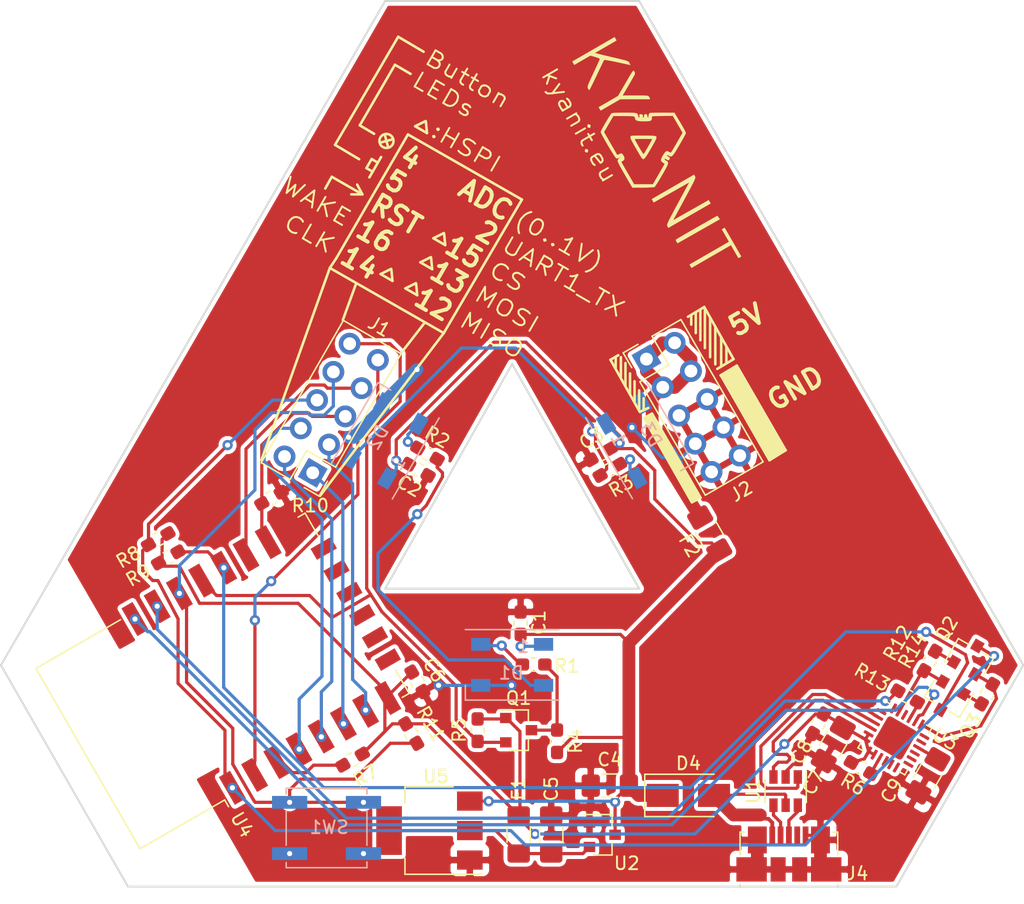
<source format=kicad_pcb>
(kicad_pcb (version 20171130) (host pcbnew "(5.0.2)-1")
  (layers (0 F.Cu signal) (31 B.Cu signal) (34 B.Paste user hide) (35 F.Paste user hide) (36 B.SilkS user) (37 F.SilkS user) (38 B.Mask user hide) (39 F.Mask user hide) (44 Edge.Cuts user))
  (net 0 "")
  (net 1 GND)
  (net 2 +5V)
  (net 3 "Net-(D1-Pad2)")
  (net 4 "Net-(J4-Pad4)")
  (net 5 "Net-(R7-Pad1)")
  (net 6 +3V3)
  (net 7 /D_IN_0)
  (net 8 "Net-(D2-Pad2)")
  (net 9 /D_IN_2)
  (net 10 "Net-(D3-Pad2)")
  (net 11 /D_IN_1)
  (net 12 USB_VBUS)
  (net 13 USB_Dn)
  (net 14 USB_Dp)
  (net 15 USBP_Dp)
  (net 16 USBP_Dn)
  (net 17 ESP_nPROG)
  (net 18 "Net-(F2-Pad2)")
  (net 19 "Net-(C5-Pad1)")
  (net 20 GPIO16)
  (net 21 GPIO5)
  (net 22 GPIO13)
  (net 23 GPIO12)
  (net 24 ESP_nRST)
  (net 25 GPIO14)
  (net 26 GPIO15)
  (net 27 ADC)
  (net 28 GPIO2)
  (net 29 GPIO4)
  (net 30 "Net-(U4-Pad9)")
  (net 31 "Net-(U4-Pad10)")
  (net 32 "Net-(U4-Pad11)")
  (net 33 "Net-(U4-Pad12)")
  (net 34 "Net-(U4-Pad13)")
  (net 35 "Net-(U4-Pad14)")
  (net 36 "Net-(Q1-Pad3)")
  (net 37 "Net-(C9-Pad1)")
  (net 38 "Net-(Q2-Pad2)")
  (net 39 "Net-(Q2-Pad1)")
  (net 40 "Net-(Q3-Pad1)")
  (net 41 "Net-(Q3-Pad2)")
  (net 42 "Net-(R6-Pad2)")
  (net 43 "Net-(R13-Pad1)")
  (net 44 ESP_RXD)
  (net 45 "Net-(U3-Pad1)")
  (net 46 "Net-(U3-Pad10)")
  (net 47 "Net-(U3-Pad11)")
  (net 48 "Net-(U3-Pad12)")
  (net 49 "Net-(U3-Pad13)")
  (net 50 "Net-(U3-Pad14)")
  (net 51 "Net-(U3-Pad15)")
  (net 52 "Net-(U3-Pad17)")
  (net 53 "Net-(U3-Pad18)")
  (net 54 ESP_TXD)
  (net 55 "Net-(U3-Pad22)")
  (net 56 "Net-(U3-Pad24)")
  (net 57 "Net-(U3-Pad25)")
  (module Resistor_SMD:R_0603_1608Metric_Pad1.05x0.95mm_HandSolder (layer F.Cu) (at 188.944692 121.135975 240)
    (fp_text reference R14 (at -0.023184 6.722994 60) (layer F.SilkS))
    (fp_text value 10k)
    (pad 2 smd roundrect (at 0.875 0 240) (size 1.05 0.95) (layers F.Cu F.Paste F.Mask) (net 40 "Net-(Q3-Pad1)"))
    (pad 1 smd roundrect (at -0.875 0 240) (size 1.05 0.95) (layers F.Cu F.Paste F.Mask) (net 38 "Net-(Q2-Pad2)"))
  )
  (module Resistor_SMD:R_0603_1608Metric_Pad1.05x0.95mm_HandSolder (layer F.Cu) (at 182.743706 121.309997 150)
    (fp_text reference R13 (at 3.1496 -0.1016 150) (layer F.SilkS))
    (fp_text value 1k)
    (pad 1 smd roundrect (at -0.875 0 150) (size 1.05 0.95) (layers F.Cu F.Paste F.Mask) (net 43 "Net-(R13-Pad1)"))
    (pad 2 smd roundrect (at 0.875 0 150) (size 1.05 0.95) (layers F.Cu F.Paste F.Mask) (net 44 ESP_RXD))
  )
  (module Package_TO_SOT_SMD:SOT-23 (layer F.Cu) (at 185.805187 121.493757 240)
    (fp_text reference Q3 (at 0.9144 -2.6924 240) (layer F.SilkS))
    (fp_text value "MMBT3904 / MMBT2222")
    (pad 1 smd rect (at -1 -0.95 240) (size 0.9 0.8) (layers F.Cu F.Paste F.Mask) (net 40 "Net-(Q3-Pad1)"))
    (pad 2 smd rect (at -1 0.95 240) (size 0.9 0.8) (layers F.Cu F.Paste F.Mask) (net 41 "Net-(Q3-Pad2)"))
    (pad 3 smd rect (at 1 0 240) (size 0.9 0.8) (layers F.Cu F.Paste F.Mask) (net 17 ESP_nPROG))
  )
  (module RF_Module:ESP-12E (layer F.Cu) (at 129.299695 120.104076 120)
    (fp_text reference U4 (at -10.466696 -4.299 120) (layer F.SilkS))
    (fp_text value ESP-12F)
    (pad 1 smd rect (at -7.6 -3.5 120) (size 2.5 1) (layers F.Cu F.Paste F.Mask) (net 24 ESP_nRST))
    (pad 2 smd rect (at -7.6 -1.5 120) (size 2.5 1) (layers F.Cu F.Paste F.Mask) (net 27 ADC))
    (pad 3 smd rect (at -7.6 0.5 120) (size 2.5 1) (layers F.Cu F.Paste F.Mask) (net 5 "Net-(R7-Pad1)"))
    (pad 4 smd rect (at -7.6 2.5 120) (size 2.5 1) (layers F.Cu F.Paste F.Mask) (net 20 GPIO16))
    (pad 5 smd rect (at -7.6 4.5 120) (size 2.5 1) (layers F.Cu F.Paste F.Mask) (net 25 GPIO14))
    (pad 6 smd rect (at -7.6 6.5 120) (size 2.5 1) (layers F.Cu F.Paste F.Mask) (net 23 GPIO12))
    (pad 7 smd rect (at -7.6 8.5 120) (size 2.5 1) (layers F.Cu F.Paste F.Mask) (net 22 GPIO13))
    (pad 8 smd rect (at -7.6 10.5 120) (size 2.5 1) (layers F.Cu F.Paste F.Mask) (net 6 +3V3))
    (pad 9 smd rect (at -5 12 120) (size 1 1.8) (layers F.Cu F.Paste F.Mask) (net 30 "Net-(U4-Pad9)"))
    (pad 10 smd rect (at -3 12 120) (size 1 1.8) (layers F.Cu F.Paste F.Mask) (net 31 "Net-(U4-Pad10)"))
    (pad 11 smd rect (at -1 12 120) (size 1 1.8) (layers F.Cu F.Paste F.Mask) (net 32 "Net-(U4-Pad11)"))
    (pad 12 smd rect (at 1 12 120) (size 1 1.8) (layers F.Cu F.Paste F.Mask) (net 33 "Net-(U4-Pad12)"))
    (pad 13 smd rect (at 3 12 120) (size 1 1.8) (layers F.Cu F.Paste F.Mask) (net 34 "Net-(U4-Pad13)"))
    (pad 14 smd rect (at 5 12 120) (size 1 1.8) (layers F.Cu F.Paste F.Mask) (net 35 "Net-(U4-Pad14)"))
    (pad 15 smd rect (at 7.6 10.5 120) (size 2.5 1) (layers F.Cu F.Paste F.Mask) (net 1 GND))
    (pad 16 smd rect (at 7.6 8.5 120) (size 2.5 1) (layers F.Cu F.Paste F.Mask) (net 26 GPIO15))
    (pad 17 smd rect (at 7.6 6.5 120) (size 2.5 1) (layers F.Cu F.Paste F.Mask) (net 28 GPIO2))
    (pad 18 smd rect (at 7.6 4.5 120) (size 2.5 1) (layers F.Cu F.Paste F.Mask) (net 17 ESP_nPROG))
    (pad 19 smd rect (at 7.6 2.5 120) (size 2.5 1) (layers F.Cu F.Paste F.Mask) (net 29 GPIO4))
    (pad 20 smd rect (at 7.6 0.5 120) (size 2.5 1) (layers F.Cu F.Paste F.Mask) (net 21 GPIO5))
    (pad 21 smd rect (at 7.6 -1.5 120) (size 2.5 1) (layers F.Cu F.Paste F.Mask) (net 44 ESP_RXD))
    (pad 22 smd rect (at 7.6 -3.5 120) (size 2.5 1) (layers F.Cu F.Paste F.Mask) (net 54 ESP_TXD))
  )
  (module Resistor_SMD:R_0603_1608Metric_Pad1.05x0.95mm_HandSolder (layer F.Cu) (at 145.288 102.362 330)
    (fp_text reference R2 (at 0.024911 -1.480852 330) (layer F.SilkS))
    (fp_text value 75R)
    (pad 2 smd roundrect (at 0.875 0 330) (size 1.05 0.95) (layers F.Cu F.Paste F.Mask) (net 3 "Net-(D1-Pad2)"))
    (pad 1 smd roundrect (at -0.875 0 330) (size 1.05 0.95) (layers F.Cu F.Paste F.Mask) (net 9 /D_IN_2))
  )
  (module Capacitor_SMD:C_0603_1608Metric_Pad1.05x0.95mm_HandSolder (layer F.Cu) (at 144.5768 103.632 330)
    (fp_text reference C2 (at 0.019083 1.455452 330) (layer F.SilkS))
    (fp_text value 100n)
    (pad 2 smd roundrect (at 0.875 0 330) (size 1.05 0.95) (layers F.Cu F.Paste F.Mask) (net 1 GND))
    (pad 1 smd roundrect (at -0.875 0 330) (size 1.05 0.95) (layers F.Cu F.Paste F.Mask) (net 2 +5V))
  )
  (module LED_SMD:LED_WS2812B_PLCC4_5.0x5.0mm_P3.2mm (layer B.Cu) (at 141.986 101.3714 60)
    (fp_text reference D2 (at -0.0635 -0.635 60) (layer B.SilkS) (effects (justify mirror)))
    (fp_text value WS2812B)
    (fp_text user 1 (at -1.016 1.7145 60) (layer B.SilkS) (effects (justify mirror)))
    (pad 1 smd rect (at -2.45 1.6 60) (size 1.5 1) (layers B.Cu B.Paste B.Mask) (net 2 +5V))
    (pad 2 smd rect (at -2.45 -1.6 60) (size 1.5 1) (layers B.Cu B.Paste B.Mask) (net 8 "Net-(D2-Pad2)"))
    (pad 4 smd rect (at 2.45 1.6 60) (size 1.5 1) (layers B.Cu B.Paste B.Mask) (net 9 /D_IN_2))
    (pad 3 smd rect (at 2.45 -1.6 60) (size 1.5 1) (layers B.Cu B.Paste B.Mask) (net 1 GND))
  )
  (module Connector_PinHeader_2.54mm:PinHeader_2x05_P2.54mm_Vertical (layer F.Cu) (at 136.3345 103.863205 150)
    (fp_text reference J1 (at 1.205207 12.476079 150) (layer F.SilkS))
    (fp_text value TBUS)
    (pad 10 thru_hole oval (at 2.54 10.16 150) (size 1.7 1.7) (drill 1) (layers *.Cu *.Mask) (net 29 GPIO4))
    (pad 9 thru_hole oval (at 0 10.16 150) (size 1.7 1.7) (drill 1) (layers *.Cu *.Mask) (net 27 ADC))
    (pad 8 thru_hole oval (at 2.540001 7.62 150) (size 1.7 1.7) (drill 1) (layers *.Cu *.Mask) (net 21 GPIO5))
    (pad 7 thru_hole oval (at 0 7.62 150) (size 1.7 1.7) (drill 1) (layers *.Cu *.Mask) (net 28 GPIO2))
    (pad 6 thru_hole oval (at 2.54 5.08 150) (size 1.7 1.7) (drill 1) (layers *.Cu *.Mask) (net 24 ESP_nRST))
    (pad 5 thru_hole oval (at 0 5.08 150) (size 1.7 1.7) (drill 1) (layers *.Cu *.Mask) (net 26 GPIO15))
    (pad 4 thru_hole oval (at 2.540001 2.54 150) (size 1.7 1.7) (drill 1) (layers *.Cu *.Mask) (net 20 GPIO16))
    (pad 3 thru_hole oval (at 0 2.54 150) (size 1.7 1.7) (drill 1) (layers *.Cu *.Mask) (net 22 GPIO13))
    (pad 2 thru_hole oval (at 2.54 0 150) (size 1.7 1.7) (drill 1) (layers *.Cu *.Mask) (net 25 GPIO14))
    (pad 1 thru_hole rect (at 0 0 150) (size 1.7 1.7) (drill 1) (layers *.Cu *.Mask) (net 23 GPIO12))
  )
  (module Connector_PinHeader_2.54mm:PinHeader_2x05_P2.54mm_Vertical (layer F.Cu) (at 162.3695 94.996 30)
    (fp_text reference J2 (at 1.255939 12.63285 30) (layer F.SilkS))
    (fp_text value PWR)
    (pad 10 thru_hole oval (at 2.54 10.16 30) (size 1.7 1.7) (drill 1) (layers *.Cu *.Mask) (net 1 GND))
    (pad 9 thru_hole oval (at 0 10.16 30) (size 1.7 1.7) (drill 1) (layers *.Cu *.Mask) (net 1 GND))
    (pad 8 thru_hole oval (at 2.54 7.620001 30) (size 1.7 1.7) (drill 1) (layers *.Cu *.Mask) (net 1 GND))
    (pad 7 thru_hole oval (at 0 7.62 30) (size 1.7 1.7) (drill 1) (layers *.Cu *.Mask) (net 1 GND))
    (pad 6 thru_hole oval (at 2.54 5.08 30) (size 1.7 1.7) (drill 1) (layers *.Cu *.Mask) (net 1 GND))
    (pad 5 thru_hole oval (at 0 5.08 30) (size 1.7 1.7) (drill 1) (layers *.Cu *.Mask) (net 1 GND))
    (pad 4 thru_hole oval (at 2.54 2.540001 30) (size 1.7 1.7) (drill 1) (layers *.Cu *.Mask) (net 18 "Net-(F2-Pad2)"))
    (pad 3 thru_hole oval (at 0 2.54 30) (size 1.7 1.7) (drill 1) (layers *.Cu *.Mask) (net 18 "Net-(F2-Pad2)"))
    (pad 2 thru_hole oval (at 2.54 0 30) (size 1.7 1.7) (drill 1) (layers *.Cu *.Mask) (net 18 "Net-(F2-Pad2)"))
    (pad 1 thru_hole rect (at 0 0 30) (size 1.7 1.7) (drill 1) (layers *.Cu *.Mask) (net 18 "Net-(F2-Pad2)"))
  )
  (module Button_Switch_SMD:SW_SPST_EVPBF (layer B.Cu) (at 137.414 131.572 180)
    (fp_text reference SW1 (at -0.2032 0.0508) (layer B.SilkS) (effects (justify mirror)))
    (fp_text value SW_Push)
    (pad 1 smd rect (at 2.88 2 180) (size 2.75 1) (layers B.Cu B.Paste B.Mask) (net 21 GPIO5))
    (pad 1 smd rect (at -2.88 2 180) (size 2.75 1) (layers B.Cu B.Paste B.Mask) (net 21 GPIO5))
    (pad 2 smd rect (at -2.88 -2 180) (size 2.75 1) (layers B.Cu B.Paste B.Mask) (net 1 GND))
    (pad 2 smd rect (at 2.88 -2 180) (size 2.75 1) (layers B.Cu B.Paste B.Mask) (net 1 GND))
  )
  (module Connector_USB:USB_Micro-B_Molex_47346-0001 (layer F.Cu) (at 173.482 133.604)
    (fp_text reference J4 (at 5.334 1.524 180) (layer F.SilkS))
    (fp_text value "USB Micro-B")
    (pad 1 smd rect (at -1.3 -1.46) (size 0.45 1.38) (layers F.Cu F.Paste F.Mask) (net 12 USB_VBUS))
    (pad 2 smd rect (at -0.65 -1.46) (size 0.45 1.38) (layers F.Cu F.Paste F.Mask) (net 13 USB_Dn))
    (pad 3 smd rect (at 0 -1.46) (size 0.45 1.38) (layers F.Cu F.Paste F.Mask) (net 14 USB_Dp))
    (pad 4 smd rect (at 0.65 -1.46) (size 0.45 1.38) (layers F.Cu F.Paste F.Mask) (net 4 "Net-(J4-Pad4)"))
    (pad 5 smd rect (at 1.3 -1.46) (size 0.45 1.38) (layers F.Cu F.Paste F.Mask) (net 1 GND))
    (pad 6 smd rect (at -2.4625 -1.1) (size 1.475 2.1) (layers F.Cu F.Paste F.Mask) (net 1 GND))
    (pad 6 smd rect (at 2.4625 -1.1) (size 1.475 2.1) (layers F.Cu F.Paste F.Mask) (net 1 GND))
    (pad 6 smd rect (at -2.91 1.2) (size 2.375 1.9) (layers F.Cu F.Paste F.Mask) (net 1 GND))
    (pad 6 smd rect (at 2.91 1.2) (size 2.375 1.9) (layers F.Cu F.Paste F.Mask) (net 1 GND))
    (pad 6 smd rect (at -0.84 1.2) (size 1.175 1.9) (layers F.Cu F.Paste F.Mask) (net 1 GND))
    (pad 6 smd rect (at 0.84 1.2) (size 1.175 1.9) (layers F.Cu F.Paste F.Mask) (net 1 GND))
  )
  (module Capacitor_SMD:C_1206_3216Metric_Pad1.42x1.75mm_HandSolder (layer F.Cu) (at 159.512 128.27 180)
    (fp_text reference C4 (at 0 2.032 180) (layer F.SilkS))
    (fp_text value 1uF)
    (pad 2 smd roundrect (at 1.4875 0 180) (size 1.425 1.75) (layers F.Cu F.Paste F.Mask) (roundrect_rratio 0.175439) (net 1 GND))
    (pad 1 smd roundrect (at -1.4875 0 180) (size 1.425 1.75) (layers F.Cu F.Paste F.Mask) (roundrect_rratio 0.175439) (net 2 +5V))
  )
  (module LED_SMD:LED_WS2812B_PLCC4_5.0x5.0mm_P3.2mm (layer B.Cu) (at 161.831641 101.345238 300)
    (fp_text reference D3 (at 0.059552 -0.992147 300) (layer B.SilkS) (effects (justify mirror)))
    (fp_text value WS2812B)
    (fp_text user 1 (at -0.935485 1.366308 300) (layer B.SilkS) (effects (justify mirror)))
    (pad 1 smd rect (at -2.45 1.6 300) (size 1.5 1) (layers B.Cu B.Paste B.Mask) (net 2 +5V))
    (pad 2 smd rect (at -2.45 -1.6 300) (size 1.5 1) (layers B.Cu B.Paste B.Mask) (net 10 "Net-(D3-Pad2)"))
    (pad 4 smd rect (at 2.45 1.6 300) (size 1.5 1) (layers B.Cu B.Paste B.Mask) (net 11 /D_IN_1))
    (pad 3 smd rect (at 2.45 -1.6 300) (size 1.5 1) (layers B.Cu B.Paste B.Mask) (net 1 GND))
  )
  (module LED_SMD:LED_WS2812B_PLCC4_5.0x5.0mm_P3.2mm (layer B.Cu) (at 151.892 118.8466 180)
    (fp_text reference D1 (at 0.075956 -0.630441 180) (layer B.SilkS) (effects (justify mirror)))
    (fp_text value WS2812B)
    (fp_text user 1 (at -0.85208 1.445154 180) (layer B.SilkS) (effects (justify mirror)))
    (pad 1 smd rect (at -2.45 1.6 180) (size 1.5 1) (layers B.Cu B.Paste B.Mask) (net 2 +5V))
    (pad 2 smd rect (at -2.45 -1.6 180) (size 1.5 1) (layers B.Cu B.Paste B.Mask) (net 3 "Net-(D1-Pad2)"))
    (pad 4 smd rect (at 2.45 1.6 180) (size 1.5 1) (layers B.Cu B.Paste B.Mask) (net 7 /D_IN_0))
    (pad 3 smd rect (at 2.45 -1.6 180) (size 1.5 1) (layers B.Cu B.Paste B.Mask) (net 1 GND))
  )
  (module Capacitor_SMD:C_1206_3216Metric_Pad1.42x1.75mm_HandSolder (layer F.Cu) (at 154.94 132.08 90)
    (fp_text reference C5 (at 3.556 0 90) (layer F.SilkS))
    (fp_text value 1uF)
    (pad 1 smd roundrect (at -1.4875 0 90) (size 1.425 1.75) (layers F.Cu F.Paste F.Mask) (roundrect_rratio 0.175439) (net 19 "Net-(C5-Pad1)"))
    (pad 2 smd roundrect (at 1.4875 0 90) (size 1.425 1.75) (layers F.Cu F.Paste F.Mask) (roundrect_rratio 0.175439) (net 1 GND))
  )
  (module Capacitor_SMD:C_0603_1608Metric_Pad1.05x0.95mm_HandSolder (layer F.Cu) (at 144.5006 120.1674 300)
    (fp_text reference C6 (at -0.144194 -1.579049 300) (layer F.SilkS))
    (fp_text value 100n)
    (pad 1 smd roundrect (at -0.875 0 300) (size 1.05 0.95) (layers F.Cu F.Paste F.Mask) (net 6 +3V3))
    (pad 2 smd roundrect (at 0.875 0 300) (size 1.05 0.95) (layers F.Cu F.Paste F.Mask) (net 1 GND))
  )
  (module Resistor_SMD:R_0603_1608Metric_Pad1.05x0.95mm_HandSolder (layer F.Cu) (at 139.446 126.238 30)
    (fp_text reference R7 (at 0.244882 1.607852 30) (layer F.SilkS))
    (fp_text value 10k)
    (pad 2 smd roundrect (at 0.875 0 30) (size 1.05 0.95) (layers F.Cu F.Paste F.Mask) (net 6 +3V3))
    (pad 1 smd roundrect (at -0.875 0 30) (size 1.05 0.95) (layers F.Cu F.Paste F.Mask) (net 5 "Net-(R7-Pad1)"))
  )
  (module Resistor_SMD:R_0603_1608Metric_Pad1.05x0.95mm_HandSolder (layer F.Cu) (at 124.2822 109.0422 30)
    (fp_text reference R8 (at -2.700231 0.054137 210) (layer F.SilkS))
    (fp_text value 10k)
    (pad 1 smd roundrect (at -0.875 0 30) (size 1.05 0.95) (layers F.Cu F.Paste F.Mask) (net 24 ESP_nRST))
    (pad 2 smd roundrect (at 0.875 0 30) (size 1.05 0.95) (layers F.Cu F.Paste F.Mask) (net 6 +3V3))
  )
  (module Resistor_SMD:R_0603_1608Metric_Pad1.05x0.95mm_HandSolder (layer F.Cu) (at 125.0696 110.4646 210)
    (fp_text reference R9 (at 2.722228 -0.041437 210) (layer F.SilkS))
    (fp_text value 10k)
    (pad 2 smd roundrect (at 0.875 0 210) (size 1.05 0.95) (layers F.Cu F.Paste F.Mask) (net 6 +3V3))
    (pad 1 smd roundrect (at -0.875 0 210) (size 1.05 0.95) (layers F.Cu F.Paste F.Mask) (net 17 ESP_nPROG))
  )
  (module Resistor_SMD:R_0603_1608Metric_Pad1.05x0.95mm_HandSolder (layer F.Cu) (at 133.1214 105.8164 210)
    (fp_text reference R10 (at -2.312848 -2.039229 180) (layer F.SilkS))
    (fp_text value 10k)
    (pad 2 smd roundrect (at 0.875 0 210) (size 1.05 0.95) (layers F.Cu F.Paste F.Mask) (net 26 GPIO15))
    (pad 1 smd roundrect (at -0.875 0 210) (size 1.05 0.95) (layers F.Cu F.Paste F.Mask) (net 1 GND))
  )
  (module Capacitor_SMD:C_0603_1608Metric_Pad1.05x0.95mm_HandSolder (layer F.Cu) (at 152.5524 115.5954 90)
    (fp_text reference C1 (at 0.0508 1.4224 90) (layer F.SilkS))
    (fp_text value 100n)
    (pad 1 smd roundrect (at -0.875 0 90) (size 1.05 0.95) (layers F.Cu F.Paste F.Mask) (net 2 +5V))
    (pad 2 smd roundrect (at 0.875 0 90) (size 1.05 0.95) (layers F.Cu F.Paste F.Mask) (net 1 GND))
  )
  (module Capacitor_SMD:C_0603_1608Metric_Pad1.05x0.95mm_HandSolder (layer F.Cu) (at 158.8008 102.4128 210)
    (fp_text reference C3 (at 0.006317 1.411458 210) (layer F.SilkS))
    (fp_text value 100n)
    (pad 1 smd roundrect (at -0.875 0 210) (size 1.05 0.95) (layers F.Cu F.Paste F.Mask) (net 2 +5V))
    (pad 2 smd roundrect (at 0.875 0 210) (size 1.05 0.95) (layers F.Cu F.Paste F.Mask) (net 1 GND))
  )
  (module Resistor_SMD:R_0603_1608Metric_Pad1.05x0.95mm_HandSolder (layer F.Cu) (at 153.5684 118.8212)
    (fp_text reference R1 (at 2.5908 0.1016) (layer F.SilkS))
    (fp_text value 75R)
    (pad 1 smd roundrect (at -0.875 0) (size 1.05 0.95) (layers F.Cu F.Paste F.Mask) (net 7 /D_IN_0))
    (pad 2 smd roundrect (at 0.875 0) (size 1.05 0.95) (layers F.Cu F.Paste F.Mask) (net 36 "Net-(Q1-Pad3)"))
  )
  (module Resistor_SMD:R_0603_1608Metric_Pad1.05x0.95mm_HandSolder (layer F.Cu) (at 159.512 103.632 210)
    (fp_text reference R3 (at -0.134897 -1.544352 210) (layer F.SilkS))
    (fp_text value 75R)
    (pad 1 smd roundrect (at -0.875 0 210) (size 1.05 0.95) (layers F.Cu F.Paste F.Mask) (net 11 /D_IN_1))
    (pad 2 smd roundrect (at 0.875 0 210) (size 1.05 0.95) (layers F.Cu F.Paste F.Mask) (net 8 "Net-(D2-Pad2)"))
  )
  (module Resistor_SMD:R_0603_1608Metric_Pad1.05x0.95mm_HandSolder (layer F.Cu) (at 144.018 124.206 120)
    (fp_text reference R11 (at -0.102089 1.700823 120) (layer F.SilkS))
    (fp_text value 10k)
    (pad 1 smd roundrect (at -0.875 0 120) (size 1.05 0.95) (layers F.Cu F.Paste F.Mask) (net 21 GPIO5))
    (pad 2 smd roundrect (at 0.875 0 120) (size 1.05 0.95) (layers F.Cu F.Paste F.Mask) (net 6 +3V3))
  )
  (module Capacitor_SMD:C_0603_1608Metric_Pad1.05x0.95mm_HandSolder (layer F.Cu) (at 175.765285 123.440177 240)
    (fp_text reference C8 (at 2.54 0 240) (layer F.SilkS))
    (fp_text value 100n)
    (pad 1 smd roundrect (at -0.875 0 240) (size 1.05 0.95) (layers F.Cu F.Paste F.Mask) (net 6 +3V3))
    (pad 2 smd roundrect (at 0.875 0 240) (size 1.05 0.95) (layers F.Cu F.Paste F.Mask) (net 1 GND))
  )
  (module Diode_SMD:D_SMA (layer F.Cu) (at 165.64 129.032)
    (fp_text reference D4 (at 0 -2.5) (layer F.SilkS))
    (fp_text value SS14)
    (pad 1 smd rect (at -2 0) (size 2.5 1.8) (layers F.Cu F.Paste F.Mask) (net 2 +5V))
    (pad 2 smd rect (at 2 0) (size 2.5 1.8) (layers F.Cu F.Paste F.Mask) (net 12 USB_VBUS))
  )
  (module Package_TO_SOT_SMD:SOT-23-6 (layer F.Cu) (at 173.228 128.694 270)
    (fp_text reference U1 (at 0 2.54 90) (layer F.SilkS))
    (fp_text value USBLC6-2SC6)
    (pad 1 smd rect (at -1.1 -0.95 270) (size 1.06 0.65) (layers F.Cu F.Paste F.Mask) (net 15 USBP_Dp))
    (pad 2 smd rect (at -1.1 0 270) (size 1.06 0.65) (layers F.Cu F.Paste F.Mask) (net 1 GND))
    (pad 3 smd rect (at -1.1 0.95 270) (size 1.06 0.65) (layers F.Cu F.Paste F.Mask) (net 16 USBP_Dn))
    (pad 4 smd rect (at 1.1 0.95 270) (size 1.06 0.65) (layers F.Cu F.Paste F.Mask) (net 13 USB_Dn))
    (pad 6 smd rect (at 1.1 -0.95 270) (size 1.06 0.65) (layers F.Cu F.Paste F.Mask) (net 14 USB_Dp))
    (pad 5 smd rect (at 1.1 0 270) (size 1.06 0.65) (layers F.Cu F.Paste F.Mask) (net 12 USB_VBUS))
  )
  (module Package_TO_SOT_SMD:SOT-23 (layer F.Cu) (at 158.9245 132.1029)
    (fp_text reference U2 (at 1.9083 2.225) (layer F.SilkS))
    (fp_text value HT7233)
    (pad 1 smd rect (at -1 -0.95) (size 0.9 0.8) (layers F.Cu F.Paste F.Mask) (net 1 GND))
    (pad 2 smd rect (at -1 0.95) (size 0.9 0.8) (layers F.Cu F.Paste F.Mask) (net 19 "Net-(C5-Pad1)"))
    (pad 3 smd rect (at 1 0) (size 0.9 0.8) (layers F.Cu F.Paste F.Mask) (net 2 +5V))
  )
  (module Fuse:Fuse_1206_3216Metric_Pad1.42x1.75mm_HandSolder (layer F.Cu) (at 152.4 132.08 270)
    (fp_text reference F1 (at -3.556 0 270) (layer F.SilkS))
    (fp_text value 500mA)
    (pad 1 smd roundrect (at -1.4875 0 270) (size 1.425 1.75) (layers F.Cu F.Paste F.Mask) (roundrect_rratio 0.175439) (net 6 +3V3))
    (pad 2 smd roundrect (at 1.4875 0 270) (size 1.425 1.75) (layers F.Cu F.Paste F.Mask) (roundrect_rratio 0.175439) (net 19 "Net-(C5-Pad1)"))
  )
  (module Fuse:Fuse_1206_3216Metric_Pad1.42x1.75mm_HandSolder (layer F.Cu) (at 167.30265 108.642987 120)
    (fp_text reference F2 (at 0 -1.82 120) (layer F.SilkS))
    (fp_text value 500mA)
    (pad 2 smd roundrect (at 1.4875 0 120) (size 1.425 1.75) (layers F.Cu F.Paste F.Mask) (roundrect_rratio 0.175439) (net 18 "Net-(F2-Pad2)"))
    (pad 1 smd roundrect (at -1.4875 0 120) (size 1.425 1.75) (layers F.Cu F.Paste F.Mask) (roundrect_rratio 0.175439) (net 2 +5V))
  )
  (module Resistor_SMD:R_0603_1608Metric_Pad1.05x0.95mm_HandSolder (layer F.Cu) (at 155.395181 124.806117 270)
    (fp_text reference R4 (at 0 -1.43 270) (layer F.SilkS))
    (fp_text value 10k)
    (pad 2 smd roundrect (at 0.875 0 270) (size 1.05 0.95) (layers F.Cu F.Paste F.Mask) (net 2 +5V))
    (pad 1 smd roundrect (at -0.875 0 270) (size 1.05 0.95) (layers F.Cu F.Paste F.Mask) (net 36 "Net-(Q1-Pad3)"))
  )
  (module Resistor_SMD:R_0603_1608Metric_Pad1.05x0.95mm_HandSolder (layer F.Cu) (at 149.197581 123.942517 90)
    (fp_text reference R5 (at 0 -1.43 90) (layer F.SilkS))
    (fp_text value 10k)
    (pad 1 smd roundrect (at -0.875 0 90) (size 1.05 0.95) (layers F.Cu F.Paste F.Mask) (net 29 GPIO4))
    (pad 2 smd roundrect (at 0.875 0 90) (size 1.05 0.95) (layers F.Cu F.Paste F.Mask) (net 6 +3V3))
  )
  (module Resistor_SMD:R_0603_1608Metric_Pad1.05x0.95mm_HandSolder (layer F.Cu) (at 179.108348 126.895423 330)
    (fp_text reference R6 (at 0.1016 1.4224 330) (layer F.SilkS))
    (fp_text value 10k)
    (pad 1 smd roundrect (at -0.875 0 330) (size 1.05 0.95) (layers F.Cu F.Paste F.Mask) (net 6 +3V3))
    (pad 2 smd roundrect (at 0.875 0 330) (size 1.05 0.95) (layers F.Cu F.Paste F.Mask) (net 42 "Net-(R6-Pad2)"))
  )
  (module Resistor_SMD:R_0603_1608Metric_Pad1.05x0.95mm_HandSolder (layer F.Cu) (at 184.457294 118.545175 60)
    (fp_text reference R12 (at -0.033087 -2.858058 60) (layer F.SilkS))
    (fp_text value 10k)
    (pad 2 smd roundrect (at 0.875 0 60) (size 1.05 0.95) (layers F.Cu F.Paste F.Mask) (net 39 "Net-(Q2-Pad1)"))
    (pad 1 smd roundrect (at -0.875 0 60) (size 1.05 0.95) (layers F.Cu F.Paste F.Mask) (net 41 "Net-(Q3-Pad2)"))
  )
  (module Package_TO_SOT_SMD:SOT-23 (layer F.Cu) (at 152.397981 123.942517)
    (fp_text reference Q1 (at 0 -2.5) (layer F.SilkS))
    (fp_text value "2N7002 / BSS138")
    (pad 1 smd rect (at -1 -0.95) (size 0.9 0.8) (layers F.Cu F.Paste F.Mask) (net 6 +3V3))
    (pad 2 smd rect (at -1 0.95) (size 0.9 0.8) (layers F.Cu F.Paste F.Mask) (net 29 GPIO4))
    (pad 3 smd rect (at 1 0) (size 0.9 0.8) (layers F.Cu F.Paste F.Mask) (net 36 "Net-(Q1-Pad3)"))
  )
  (module Package_TO_SOT_SMD:SOT-23 (layer F.Cu) (at 187.684787 118.238194 60)
    (fp_text reference Q2 (at 0.9652 -2.7432 60) (layer F.SilkS))
    (fp_text value "MMBT3904 / MMBT2222")
    (pad 3 smd rect (at 1 0 60) (size 0.9 0.8) (layers F.Cu F.Paste F.Mask) (net 24 ESP_nRST))
    (pad 2 smd rect (at -1 0.95 60) (size 0.9 0.8) (layers F.Cu F.Paste F.Mask) (net 38 "Net-(Q2-Pad2)"))
    (pad 1 smd rect (at -1 -0.95 60) (size 0.9 0.8) (layers F.Cu F.Paste F.Mask) (net 39 "Net-(Q2-Pad1)"))
  )
  (module Capacitor_SMD:C_1206_3216Metric_Pad1.42x1.75mm_HandSolder (layer F.Cu) (at 176.942673 125.058482 240)
    (fp_text reference C7 (at 3.3528 -0.1524 240) (layer F.SilkS))
    (fp_text value 1uF)
    (pad 2 smd roundrect (at 1.4875 0 240) (size 1.425 1.75) (layers F.Cu F.Paste F.Mask) (roundrect_rratio 0.175439) (net 1 GND))
    (pad 1 smd roundrect (at -1.4875 0 240) (size 1.425 1.75) (layers F.Cu F.Paste F.Mask) (roundrect_rratio 0.175439) (net 6 +3V3))
  )
  (module Capacitor_SMD:C_1206_3216Metric_Pad1.42x1.75mm_HandSolder (layer F.Cu) (at 184.329186 127.504665 240)
    (fp_text reference C9 (at 2.425145 1.857005 240) (layer F.SilkS))
    (fp_text value 4.7uF)
    (pad 1 smd roundrect (at -1.4875 0 240) (size 1.425 1.75) (layers F.Cu F.Paste F.Mask) (roundrect_rratio 0.175439) (net 37 "Net-(C9-Pad1)"))
    (pad 2 smd roundrect (at 1.4875 0 240) (size 1.425 1.75) (layers F.Cu F.Paste F.Mask) (roundrect_rratio 0.175439) (net 1 GND))
  )
  (module Package_DFN_QFN:QFN-24-1EP_4x4mm_P0.5mm_EP2.6x2.6mm (layer F.Cu) (at 181.752618 124.550613 330)
    (fp_text reference U3 (at 3.4544 -1.8796 330) (layer F.SilkS))
    (fp_text value CP2104)
    (pad 25 smd roundrect (at 0 0 330) (size 2.6 2.6) (layers F.Cu F.Mask) (roundrect_rratio 0.096154) (net 57 "Net-(U3-Pad25)"))
    (pad 1 smd roundrect (at -1.9375 -1.25 330) (size 0.825 0.25) (layers F.Cu F.Paste F.Mask) (net 45 "Net-(U3-Pad1)"))
    (pad 2 smd roundrect (at -1.9375 -0.75 330) (size 0.825 0.25) (layers F.Cu F.Paste F.Mask) (net 1 GND))
    (pad 3 smd roundrect (at -1.9375 -0.25 330) (size 0.825 0.25) (layers F.Cu F.Paste F.Mask) (net 15 USBP_Dp))
    (pad 4 smd roundrect (at -1.9375 0.25 330) (size 0.825 0.25) (layers F.Cu F.Paste F.Mask) (net 16 USBP_Dn))
    (pad 5 smd roundrect (at -1.9375 0.75 330) (size 0.825 0.25) (layers F.Cu F.Paste F.Mask) (net 6 +3V3))
    (pad 6 smd roundrect (at -1.9375 1.25 330) (size 0.825 0.25) (layers F.Cu F.Paste F.Mask) (net 6 +3V3))
    (pad 7 smd roundrect (at -1.25 1.9375 330) (size 0.25 0.825) (layers F.Cu F.Paste F.Mask) (net 6 +3V3))
    (pad 8 smd roundrect (at -0.75 1.9375 330) (size 0.25 0.825) (layers F.Cu F.Paste F.Mask) (net 6 +3V3))
    (pad 9 smd roundrect (at -0.25 1.9375 330) (size 0.25 0.825) (layers F.Cu F.Paste F.Mask) (net 42 "Net-(R6-Pad2)"))
    (pad 10 smd roundrect (at 0.25 1.9375 330) (size 0.25 0.825) (layers F.Cu F.Paste F.Mask) (net 46 "Net-(U3-Pad10)"))
    (pad 11 smd roundrect (at 0.75 1.9375 330) (size 0.25 0.825) (layers F.Cu F.Paste F.Mask) (net 47 "Net-(U3-Pad11)"))
    (pad 12 smd roundrect (at 1.25 1.9375 330) (size 0.25 0.825) (layers F.Cu F.Paste F.Mask) (net 48 "Net-(U3-Pad12)"))
    (pad 13 smd roundrect (at 1.9375 1.25 330) (size 0.825 0.25) (layers F.Cu F.Paste F.Mask) (net 49 "Net-(U3-Pad13)"))
    (pad 14 smd roundrect (at 1.9375 0.75 330) (size 0.825 0.25) (layers F.Cu F.Paste F.Mask) (net 50 "Net-(U3-Pad14)"))
    (pad 15 smd roundrect (at 1.9375 0.25 330) (size 0.825 0.25) (layers F.Cu F.Paste F.Mask) (net 51 "Net-(U3-Pad15)"))
    (pad 16 smd roundrect (at 1.9375 -0.25 330) (size 0.825 0.25) (layers F.Cu F.Paste F.Mask) (net 37 "Net-(C9-Pad1)"))
    (pad 17 smd roundrect (at 1.9375 -0.75 330) (size 0.825 0.25) (layers F.Cu F.Paste F.Mask) (net 52 "Net-(U3-Pad17)"))
    (pad 18 smd roundrect (at 1.9375 -1.25 330) (size 0.825 0.25) (layers F.Cu F.Paste F.Mask) (net 53 "Net-(U3-Pad18)"))
    (pad 19 smd roundrect (at 1.25 -1.9375 330) (size 0.25 0.825) (layers F.Cu F.Paste F.Mask) (net 38 "Net-(Q2-Pad2)"))
    (pad 20 smd roundrect (at 0.75 -1.9375 330) (size 0.25 0.825) (layers F.Cu F.Paste F.Mask) (net 54 ESP_TXD))
    (pad 21 smd roundrect (at 0.25 -1.9375 330) (size 0.25 0.825) (layers F.Cu F.Paste F.Mask) (net 43 "Net-(R13-Pad1)"))
    (pad 22 smd roundrect (at -0.25 -1.9375 330) (size 0.25 0.825) (layers F.Cu F.Paste F.Mask) (net 55 "Net-(U3-Pad22)"))
    (pad 23 smd roundrect (at -0.75 -1.9375 330) (size 0.25 0.825) (layers F.Cu F.Paste F.Mask) (net 41 "Net-(Q3-Pad2)"))
    (pad 24 smd roundrect (at -1.25 -1.9375 330) (size 0.25 0.825) (layers F.Cu F.Paste F.Mask) (net 56 "Net-(U3-Pad24)"))
  )
  (module main:kyanit_logo (layer F.Cu) (at 163.2712 79.2988 300)
    (fp_text reference G*** hide)
    (fp_text value LOGO hide)
  )
  (module Package_TO_SOT_SMD:SOT-223-3_TabPin2 (layer F.Cu) (at 145.4404 131.7752 180)
    (fp_text reference U5 (at -0.508 4.2164 180) (layer F.SilkS))
    (fp_text value AMS1117-3.3)
    (pad 2 smd rect (at 3.15 0 180) (size 2 3.8) (layers F.Cu F.Paste F.Mask) (net 19 "Net-(C5-Pad1)"))
    (pad 2 smd rect (at -3.15 0 180) (size 2 1.5) (layers F.Cu F.Paste F.Mask) (net 19 "Net-(C5-Pad1)"))
    (pad 3 smd rect (at -3.15 2.3 180) (size 2 1.5) (layers F.Cu F.Paste F.Mask) (net 2 +5V))
    (pad 1 smd rect (at -3.15 -2.3 180) (size 2 1.5) (layers F.Cu F.Paste F.Mask) (net 1 GND))
  )
  (gr_text "(0..1V)" (at 152.1968 83.82 -30) (layer F.SilkS) (effects (font (size 1.25 1.5)) (justify left)))
  (gr_line (start 142.748 72.0344) (end 140.0048 76.7588) (layer F.SilkS) (width 0.2))
  (gr_line (start 142.748 72.0344) (end 143.9672 72.7456) (layer F.SilkS) (width 0.2))
  (gr_poly (pts (xy 168.148 96.266) (xy 169.418 95.504) (xy 173.228 102.108) (xy 171.958 102.9208)) (layer F.SilkS) (width 0.15))
  (gr_poly (pts (xy 162.1536 99.568) (xy 162.814 99.2124) (xy 166.624 105.8164) (xy 165.9636 106.172)) (layer F.SilkS) (width 0.15))
  (gr_line (start 162.1536 99.568) (end 165.9128 106.172) (layer F.SilkS) (width 0.2))
  (gr_line (start 168.6052 94.0816) (end 168.6052 95.3008) (layer F.SilkS) (width 0.2))
  (gr_line (start 168.1988 93.3196) (end 168.1988 95.4532) (layer F.SilkS) (width 0.2))
  (gr_line (start 167.7416 92.5068) (end 167.7416 95.4024) (layer F.SilkS) (width 0.2))
  (gr_line (start 167.3352 91.7956) (end 167.3352 94.8436) (layer F.SilkS) (width 0.2))
  (gr_line (start 166.9288 91.0844) (end 166.9288 94.1324) (layer F.SilkS) (width 0.2))
  (gr_line (start 166.5732 91.186) (end 166.5732 93.5228) (layer F.SilkS) (width 0.2))
  (gr_line (start 166.2176 91.3892) (end 166.2176 92.964) (layer F.SilkS) (width 0.2))
  (gr_line (start 165.862 91.6432) (end 165.862 92.3036) (layer F.SilkS) (width 0.2))
  (gr_line (start 162.1536 98.044) (end 162.1536 98.9076) (layer F.SilkS) (width 0.2))
  (gr_line (start 161.798 97.4344) (end 161.798 98.9076) (layer F.SilkS) (width 0.2))
  (gr_line (start 161.4424 96.7232) (end 161.4424 98.2472) (layer F.SilkS) (width 0.2))
  (gr_line (start 161.0868 96.1136) (end 161.0868 97.6884) (layer F.SilkS) (width 0.2))
  (gr_line (start 160.7312 95.3008) (end 160.7312 97.0788) (layer F.SilkS) (width 0.2))
  (gr_line (start 160.3756 94.8436) (end 160.3756 96.3676) (layer F.SilkS) (width 0.2))
  (gr_line (start 159.9692 94.8944) (end 159.9692 95.6564) (layer F.SilkS) (width 0.2))
  (gr_line (start 159.5628 95.0468) (end 160.1724 94.6912) (layer F.SilkS) (width 0.2))
  (gr_line (start 161.8488 99.1108) (end 162.5092 98.806) (layer F.SilkS) (width 0.2))
  (gr_line (start 159.5628 95.0468) (end 161.8488 99.1108) (layer F.SilkS) (width 0.2))
  (gr_text kyanit.eu (at 154.5844 72.3392 -60) (layer F.SilkS) (effects (font (size 1.25 1.5)) (justify left)))
  (gr_text :HSPI (at 145.6436 76.962 -30) (layer F.SilkS) (effects (font (size 1.25 1.5)) (justify left)))
  (gr_line (start 145.145565 76.422948) (end 144.324623 76.828862) (layer F.SilkS) (width 0.2))
  (gr_line (start 144.324623 76.828862) (end 145.248499 77.362262) (layer F.SilkS) (width 0.2))
  (gr_line (start 145.248499 77.362262) (end 145.164159 76.492342) (layer F.SilkS) (width 0.2))
  (gr_line (start 142.556099 88.893862) (end 142.471759 88.023942) (layer F.SilkS) (width 0.2))
  (gr_line (start 141.632223 88.360462) (end 142.556099 88.893862) (layer F.SilkS) (width 0.2))
  (gr_line (start 142.453165 87.954548) (end 141.632223 88.360462) (layer F.SilkS) (width 0.2))
  (gr_line (start 144.383565 89.072148) (end 143.562623 89.478062) (layer F.SilkS) (width 0.2))
  (gr_line (start 144.486499 90.011462) (end 144.402159 89.141542) (layer F.SilkS) (width 0.2))
  (gr_line (start 143.562623 89.478062) (end 144.486499 90.011462) (layer F.SilkS) (width 0.2))
  (gr_line (start 145.551965 87.040148) (end 144.731023 87.446062) (layer F.SilkS) (width 0.2))
  (gr_line (start 144.731023 87.446062) (end 145.654899 87.979462) (layer F.SilkS) (width 0.2))
  (gr_line (start 145.654899 87.979462) (end 145.570559 87.109542) (layer F.SilkS) (width 0.2))
  (gr_line (start 145.747023 85.566462) (end 146.670899 86.099862) (layer F.SilkS) (width 0.2))
  (gr_line (start 146.670899 86.099862) (end 146.586559 85.229942) (layer F.SilkS) (width 0.2))
  (gr_line (start 146.567965 85.160548) (end 145.747023 85.566462) (layer F.SilkS) (width 0.2))
  (gr_line (start 143.002 69.85) (end 144.9832 71.0184) (layer F.SilkS) (width 0.2))
  (gr_text "Button\nLEDs\n" (at 144.6784 72.136 -30) (layer F.SilkS) (effects (font (size 1.25 1.5)) (justify left)))
  (gr_line (start 138.0744 78.2828) (end 139.954 79.4004) (layer F.SilkS) (width 0.2))
  (gr_line (start 140.0048 76.7588) (end 141.1224 77.4192) (layer F.SilkS) (width 0.2))
  (gr_line (start 138.0744 78.2828) (end 143.002 69.85) (layer F.SilkS) (width 0.2))
  (gr_line (start 141.957441 77.492241) (end 142.217759 78.463759) (layer F.SilkS) (width 0.2))
  (gr_line (start 141.601841 78.108159) (end 142.573359 77.847841) (layer F.SilkS) (width 0.2))
  (gr_line (start 140.931233 79.391347) (end 141.371173 79.645347) (layer F.SilkS) (width 0.2))
  (gr_line (start 140.524833 80.095253) (end 140.931233 79.391347) (layer F.SilkS) (width 0.2))
  (gr_line (start 141.008767 80.374653) (end 140.524833 80.095253) (layer F.SilkS) (width 0.2))
  (gr_line (start 140.754767 80.814594) (end 141.669167 79.230806) (layer F.SilkS) (width 0.2))
  (gr_circle (center 142.0876 77.978) (end 142.580165 77.734453) (layer F.SilkS) (width 0.2))
  (gr_line (start 140.208 82.1436) (end 139.3444 82.1436) (layer F.SilkS) (width 0.2))
  (gr_line (start 140.208 82.1436) (end 139.8016 81.3816) (layer F.SilkS) (width 0.2))
  (gr_line (start 137.8204 80.772) (end 140.208 82.1436) (layer F.SilkS) (width 0.2))
  (gr_line (start 137.3124 81.6864) (end 137.8204 80.772) (layer F.SilkS) (width 0.2))
  (gr_text WAKE (at 139.2428 84.2264 -30) (layer F.SilkS) (effects (font (size 1.25 1.5)) (justify right)))
  (gr_text CLK (at 137.9728 86.3092 -30) (layer F.SilkS) (effects (font (size 1.25 1.5)) (justify right)))
  (gr_text MISO (at 147.8788 91.7448 -30) (layer F.SilkS) (effects (font (size 1.25 1.5)) (justify left)))
  (gr_text MOSI (at 149.0472 89.7128 -30) (layer F.SilkS) (effects (font (size 1.25 1.5)) (justify left)))
  (gr_text CS (at 150.1648 87.7824 -30) (layer F.SilkS) (effects (font (size 1.25 1.5)) (justify left)))
  (gr_text UART1_TX (at 151.1808 85.852 -30) (layer F.SilkS) (effects (font (size 1.25 1.5)) (justify left)))
  (gr_line (start 143.256 94.488) (end 145.034 92.202) (layer F.SilkS) (width 0.2))
  (gr_line (start 146.558 92.964) (end 136.906 105.664) (layer F.SilkS) (width 0.2))
  (gr_line (start 138.684 91.948) (end 139.7 89.154) (layer F.SilkS) (width 0.2))
  (gr_line (start 137.668 87.884) (end 132.334 102.87) (layer F.SilkS) (width 0.2))
  (gr_line (start 137.668 87.884) (end 138.176 87.122) (layer F.SilkS) (width 0.2))
  (gr_line (start 146.558 92.964) (end 137.668 87.884) (layer F.SilkS) (width 0.2))
  (gr_line (start 152.654 82.55) (end 146.558 92.964) (layer F.SilkS) (width 0.2))
  (gr_line (start 143.764 77.47) (end 152.654 82.55) (layer F.SilkS) (width 0.2))
  (gr_line (start 138.176 87.122) (end 143.764 77.47) (layer F.SilkS) (width 0.2))
  (gr_text 14 (at 138.5824 86.6648 -30) (layer F.SilkS) (effects (font (size 1.5 1.5) (thickness 0.3)) (justify left)))
  (gr_text 12 (at 147.1676 91.5416 -30) (layer F.SilkS) (effects (font (size 1.5 1.5) (thickness 0.3)) (justify right)))
  (gr_text 13 (at 148.3868 89.4588 -30) (layer F.SilkS) (effects (font (size 1.5 1.5) (thickness 0.3)) (justify right)))
  (gr_text 16 (at 139.8016 84.582 -30) (layer F.SilkS) (effects (font (size 1.5 1.5) (thickness 0.3)) (justify left)))
  (gr_text 15 (at 149.5552 87.4776 -30) (layer F.SilkS) (effects (font (size 1.5 1.5) (thickness 0.3)) (justify right)))
  (gr_text RST (at 140.9192 82.6008 -30) (layer F.SilkS) (effects (font (size 1.5 1.5) (thickness 0.3)) (justify left)))
  (gr_text 2 (at 150.7236 85.598 -30) (layer F.SilkS) (effects (font (size 1.5 1.5) (thickness 0.3)) (justify right)))
  (gr_text 5 (at 142.0368 80.7212 -30) (layer F.SilkS) (effects (font (size 1.5 1.5) (thickness 0.3)) (justify left)))
  (gr_text ADC (at 151.8412 83.7184 -30) (layer F.SilkS) (effects (font (size 1.5 1.5) (thickness 0.3)) (justify right)))
  (gr_text 4 (at 143.2052 78.8416 -30) (layer F.SilkS) (effects (font (size 1.5 1.5) (thickness 0.3)) (justify left)))
  (gr_text GND (at 173.99 97.282 30) (layer F.SilkS) (effects (font (size 1.5 1.5) (thickness 0.3))))
  (gr_text 5V (at 170.18 91.948 30) (layer F.SilkS) (effects (font (size 1.5 1.5) (thickness 0.3))))
  (gr_line (start 173.228 102.108) (end 171.958 102.87) (layer F.SilkS) (width 0.2))
  (gr_line (start 169.418 95.504) (end 173.228 102.108) (layer F.SilkS) (width 0.2))
  (gr_line (start 168.148 96.266) (end 169.418 95.504) (layer F.SilkS) (width 0.2))
  (gr_line (start 169.164 94.996) (end 167.894 95.758) (layer F.SilkS) (width 0.2))
  (gr_line (start 166.878 90.932) (end 169.164 94.996) (layer F.SilkS) (width 0.2))
  (gr_line (start 165.608 91.694) (end 166.878 90.932) (layer F.SilkS) (width 0.2))
  (gr_line (start 143.256 136.144) (end 160.528 136.144) (layer Edge.Cuts) (width 0.15))
  (gr_line (start 121.92 136.144) (end 143.256 136.144) (layer Edge.Cuts) (width 0.15))
  (gr_line (start 181.864 136.144) (end 160.528 136.144) (layer Edge.Cuts) (width 0.15))
  (gr_line (start 191.77 118.872) (end 161.798 67.056) (layer Edge.Cuts) (width 0.15))
  (gr_line (start 112.014 118.872) (end 141.986 67.056) (layer Edge.Cuts) (width 0.15))
  (gr_line (start 141.986 67.056) (end 161.798 67.056) (layer Edge.Cuts) (width 0.15))
  (gr_line (start 121.92 136.144) (end 112.014 118.872) (layer Edge.Cuts) (width 0.15))
  (gr_line (start 191.77 118.872) (end 181.864 136.144) (layer Edge.Cuts) (width 0.15))
  (gr_line (start 151.892 95.377) (end 141.986 112.903) (layer Edge.Cuts) (width 0.15))
  (gr_line (start 161.798 112.903) (end 151.892 95.377) (layer Edge.Cuts) (width 0.15))
  (gr_line (start 141.986 112.903) (end 161.798 112.903) (layer Edge.Cuts) (width 0.15))
  (segment (start 165.107614 102.667) (end 166.1795 101.595114) (width 0.25) (layer B.Cu) (net 1))
  (segment (start 164.442282 102.667) (end 165.107614 102.667) (width 0.25) (layer B.Cu) (net 1))
  (segment (start 176.1145 132.334) (end 175.9445 132.504) (width 0.25) (layer F.Cu) (net 1))
  (segment (start 175.5845 132.144) (end 175.9445 132.504) (width 0.25) (layer F.Cu) (net 1))
  (segment (start 174.782 132.144) (end 175.5845 132.144) (width 0.25) (layer F.Cu) (net 1))
  (segment (start 173.228 127.594) (end 173.031991 127.397991) (width 0.25) (layer F.Cu) (net 1))
  (via (at 134.534 133.572) (size 0.8) (drill 0.4) (layers F.Cu B.Cu) (net 1))
  (via (at 140.294 133.572) (size 0.8) (drill 0.4) (layers F.Cu B.Cu) (net 1))
  (segment (start 158.0245 131.0529) (end 157.9245 131.1529) (width 0.25) (layer F.Cu) (net 1))
  (segment (start 158.0245 128.27) (end 158.0245 131.0529) (width 0.25) (layer F.Cu) (net 1))
  (segment (start 171.0195 134.3565) (end 170.572 134.804) (width 1) (layer F.Cu) (net 1))
  (segment (start 171.0195 132.504) (end 171.0195 134.3565) (width 1) (layer F.Cu) (net 1))
  (segment (start 175.9445 134.3565) (end 176.392 134.804) (width 1) (layer F.Cu) (net 1))
  (segment (start 175.9445 132.504) (end 175.9445 134.3565) (width 1) (layer F.Cu) (net 1))
  (via (at 151.8412 120.4468) (size 0.8) (drill 0.4) (layers F.Cu B.Cu) (net 1))
  (segment (start 149.442 120.4466) (end 151.841 120.4466) (width 0.25) (layer B.Cu) (net 1))
  (segment (start 151.841 120.4466) (end 151.8412 120.4468) (width 0.25) (layer B.Cu) (net 1))
  (via (at 161.2392 100.33) (size 0.8) (drill 0.4) (layers F.Cu B.Cu) (net 1))
  (segment (start 164.442282 102.667) (end 163.5762 102.667) (width 0.25) (layer B.Cu) (net 1))
  (segment (start 163.5762 102.667) (end 161.2392 100.33) (width 0.25) (layer B.Cu) (net 1))
  (segment (start 141.825359 98.449638) (end 144.466197 95.8088) (width 1) (layer B.Cu) (net 1))
  (via (at 144.4752 95.8088) (size 0.8) (drill 0.4) (layers F.Cu B.Cu) (net 1))
  (segment (start 144.466197 95.8088) (end 144.4752 95.8088) (width 0.25) (layer B.Cu) (net 1))
  (via (at 139.134589 101.092) (size 0.8) (drill 0.4) (layers F.Cu B.Cu) (net 1))
  (segment (start 139.182997 101.092) (end 139.134589 101.092) (width 0.25) (layer B.Cu) (net 1))
  (segment (start 141.825359 98.449638) (end 141.825359 98.814241) (width 1) (layer B.Cu) (net 1))
  (segment (start 139.5476 101.092) (end 139.182997 101.092) (width 1) (layer B.Cu) (net 1))
  (segment (start 141.825359 98.814241) (end 139.5476 101.092) (width 1) (layer B.Cu) (net 1))
  (via (at 146.1516 120.4468) (size 0.8) (drill 0.4) (layers F.Cu B.Cu) (net 1))
  (segment (start 149.442 120.4466) (end 146.1518 120.4466) (width 0.25) (layer B.Cu) (net 1))
  (segment (start 146.1518 120.4466) (end 146.1516 120.4468) (width 0.25) (layer B.Cu) (net 1))
  (segment (start 179.324 122.2248) (end 180.449694 122.932344) (width 0.25) (layer F.Cu) (net 1))
  (segment (start 173.228 127.17921) (end 173.81361 126.5936) (width 0.25) (layer F.Cu) (net 1))
  (segment (start 173.228 127.594) (end 173.228 127.17921) (width 0.25) (layer F.Cu) (net 1))
  (segment (start 173.81361 126.5936) (end 174.1932 126.5936) (width 0.25) (layer F.Cu) (net 1))
  (segment (start 152.654 116.572) (end 152.5524 116.4704) (width 0.25) (layer F.Cu) (net 2))
  (segment (start 160.9995 128.27) (end 160.9995 117.1305) (width 1) (layer F.Cu) (net 2))
  (segment (start 161.7615 129.032) (end 160.9995 128.27) (width 1) (layer F.Cu) (net 2))
  (segment (start 163.64 129.032) (end 161.7615 129.032) (width 1) (layer F.Cu) (net 2))
  (segment (start 159.9245 129.345) (end 160.9995 128.27) (width 0.25) (layer F.Cu) (net 2))
  (via (at 152.5524 117.3988) (size 0.8) (drill 0.4) (layers F.Cu B.Cu) (net 2))
  (segment (start 152.5524 116.4704) (end 152.5524 117.3988) (width 0.25) (layer F.Cu) (net 2))
  (segment (start 154.1898 117.3988) (end 154.342 117.2466) (width 0.25) (layer B.Cu) (net 2))
  (segment (start 152.5524 117.3988) (end 154.1898 117.3988) (width 0.25) (layer B.Cu) (net 2))
  (via (at 160.274 101.5492) (size 0.8) (drill 0.4) (layers F.Cu B.Cu) (net 2))
  (segment (start 159.558572 101.9753) (end 159.8479 101.9753) (width 0.25) (layer F.Cu) (net 2))
  (segment (start 159.8479 101.9753) (end 160.274 101.5492) (width 0.25) (layer F.Cu) (net 2))
  (segment (start 160.274 101.076476) (end 159.221 100.023476) (width 0.25) (layer B.Cu) (net 2))
  (segment (start 160.274 101.5492) (end 160.274 101.076476) (width 0.25) (layer B.Cu) (net 2))
  (via (at 142.8496 102.9208) (size 0.8) (drill 0.4) (layers F.Cu B.Cu) (net 2))
  (segment (start 143.819028 103.1945) (end 143.1233 103.1945) (width 0.25) (layer F.Cu) (net 2))
  (segment (start 143.1233 103.1945) (end 142.8496 102.9208) (width 0.25) (layer F.Cu) (net 2))
  (segment (start 142.8496 103.590203) (end 142.146641 104.293162) (width 0.25) (layer B.Cu) (net 2))
  (segment (start 142.8496 102.9208) (end 142.8496 103.590203) (width 0.25) (layer B.Cu) (net 2))
  (segment (start 160.3394 116.4704) (end 160.9995 117.1305) (width 0.25) (layer F.Cu) (net 2))
  (segment (start 152.5524 116.4704) (end 160.3394 116.4704) (width 0.25) (layer F.Cu) (net 2))
  (segment (start 160.274 100.983515) (end 152.965685 93.6752) (width 0.25) (layer F.Cu) (net 2))
  (segment (start 142.8496 101.288998) (end 142.8496 102.355115) (width 0.25) (layer F.Cu) (net 2))
  (segment (start 160.274 101.5492) (end 160.274 100.983515) (width 0.25) (layer F.Cu) (net 2))
  (segment (start 152.965685 93.6752) (end 150.463398 93.6752) (width 0.25) (layer F.Cu) (net 2))
  (segment (start 150.463398 93.6752) (end 142.8496 101.288998) (width 0.25) (layer F.Cu) (net 2))
  (segment (start 142.8496 102.355115) (end 142.8496 102.9208) (width 0.25) (layer F.Cu) (net 2))
  (segment (start 160.9995 117.1305) (end 168.0464 109.9312) (width 1) (layer F.Cu) (net 2))
  (segment (start 167.454104 109.338904) (end 168.0464 109.9312) (width 0.25) (layer F.Cu) (net 2))
  (segment (start 163.0172 105.918) (end 166.438104 109.338904) (width 0.25) (layer F.Cu) (net 2))
  (segment (start 163.0172 103.6828) (end 163.0172 105.918) (width 0.25) (layer F.Cu) (net 2))
  (segment (start 161.3097 101.9753) (end 163.0172 103.6828) (width 0.25) (layer F.Cu) (net 2))
  (segment (start 166.438104 109.338904) (end 167.454104 109.338904) (width 0.25) (layer F.Cu) (net 2))
  (segment (start 159.558572 101.9753) (end 161.3097 101.9753) (width 0.25) (layer F.Cu) (net 2))
  (segment (start 160.9995 124.7648) (end 160.9995 128.27) (width 0.25) (layer F.Cu) (net 2))
  (segment (start 160.7455 124.5108) (end 160.9995 124.7648) (width 0.25) (layer F.Cu) (net 2))
  (segment (start 155.395181 125.681117) (end 156.565498 124.5108) (width 0.25) (layer F.Cu) (net 2))
  (segment (start 156.565498 124.5108) (end 160.7455 124.5108) (width 0.25) (layer F.Cu) (net 2))
  (via (at 150.0632 129.4892) (size 0.8) (drill 0.4) (layers F.Cu B.Cu) (net 2))
  (segment (start 148.5904 129.4752) (end 150.0492 129.4752) (width 0.25) (layer F.Cu) (net 2))
  (segment (start 150.0492 129.4752) (end 150.0632 129.4892) (width 0.25) (layer F.Cu) (net 2))
  (via (at 159.9245 129.54) (size 0.8) (drill 0.4) (layers F.Cu B.Cu) (net 2))
  (segment (start 159.8737 129.4892) (end 159.9245 129.54) (width 0.25) (layer B.Cu) (net 2))
  (segment (start 150.0632 129.4892) (end 159.8737 129.4892) (width 0.25) (layer B.Cu) (net 2))
  (segment (start 159.9245 132.1029) (end 159.9245 129.54) (width 0.25) (layer F.Cu) (net 2))
  (segment (start 159.9245 129.54) (end 159.9245 129.345) (width 0.25) (layer F.Cu) (net 2))
  (via (at 144.495524 107.091261) (size 0.8) (drill 0.4) (layers F.Cu B.Cu) (net 3))
  (segment (start 141.4272 110.159585) (end 144.095525 107.49126) (width 0.25) (layer B.Cu) (net 3))
  (segment (start 154.342 120.4466) (end 153.342 120.4466) (width 0.25) (layer B.Cu) (net 3))
  (segment (start 151.361 118.4656) (end 146.9136 118.4656) (width 0.25) (layer B.Cu) (net 3))
  (segment (start 153.342 120.4466) (end 151.361 118.4656) (width 0.25) (layer B.Cu) (net 3))
  (segment (start 141.4272 112.9792) (end 141.4272 110.159585) (width 0.25) (layer B.Cu) (net 3))
  (segment (start 146.9136 118.4656) (end 141.4272 112.9792) (width 0.25) (layer B.Cu) (net 3))
  (segment (start 144.095525 107.49126) (end 144.495524 107.091261) (width 0.25) (layer B.Cu) (net 3))
  (segment (start 144.521139 107.091261) (end 144.495524 107.091261) (width 0.25) (layer F.Cu) (net 3))
  (segment (start 145.188769 106.423631) (end 144.521139 107.091261) (width 0.25) (layer F.Cu) (net 3))
  (segment (start 146.4564 103.858611) (end 146.4564 104.180899) (width 0.25) (layer F.Cu) (net 3))
  (segment (start 146.045772 102.7995) (end 146.045772 103.447983) (width 0.25) (layer F.Cu) (net 3))
  (segment (start 146.4564 104.180899) (end 145.188769 106.423631) (width 0.25) (layer F.Cu) (net 3))
  (segment (start 146.045772 103.447983) (end 146.4564 103.858611) (width 0.25) (layer F.Cu) (net 3))
  (segment (start 135.82285 127.254) (end 134.750102 127.254) (width 0.25) (layer F.Cu) (net 5))
  (segment (start 138.688228 126.6755) (end 136.40135 126.6755) (width 0.25) (layer F.Cu) (net 5))
  (segment (start 134.750102 127.254) (end 133.258102 125.762) (width 0.25) (layer F.Cu) (net 5))
  (segment (start 136.40135 126.6755) (end 135.82285 127.254) (width 0.25) (layer F.Cu) (net 5))
  (segment (start 142.556044 123.448228) (end 140.203772 125.8005) (width 0.25) (layer F.Cu) (net 6))
  (segment (start 143.5805 123.448228) (end 142.556044 123.448228) (width 0.25) (layer F.Cu) (net 6))
  (segment (start 142.192962 121.279766) (end 142.192962 121.435869) (width 0.25) (layer F.Cu) (net 6))
  (segment (start 144.0631 119.409628) (end 142.192962 121.279766) (width 0.25) (layer F.Cu) (net 6))
  (segment (start 145.2515 123.444) (end 152.4 130.5925) (width 0.25) (layer F.Cu) (net 6))
  (segment (start 143.5805 123.448228) (end 143.584728 123.444) (width 0.25) (layer F.Cu) (net 6))
  (segment (start 143.584728 123.444) (end 145.2515 123.444) (width 0.25) (layer F.Cu) (net 6))
  (segment (start 125.039972 108.6047) (end 125.039972 108.425026) (width 0.25) (layer F.Cu) (net 6))
  (segment (start 141.962629 124.041643) (end 140.203772 125.8005) (width 0.25) (layer F.Cu) (net 6))
  (segment (start 141.962629 120.806273) (end 141.962629 124.041643) (width 0.25) (layer F.Cu) (net 6))
  (segment (start 124.560128 111.1504) (end 125.8824 111.1504) (width 0.25) (layer F.Cu) (net 6))
  (segment (start 124.311828 110.9021) (end 124.560128 111.1504) (width 0.25) (layer F.Cu) (net 6))
  (segment (start 125.8824 111.1504) (end 125.984 111.252) (width 0.25) (layer F.Cu) (net 6))
  (segment (start 125.984 111.252) (end 127.508 114.046) (width 0.25) (layer F.Cu) (net 6))
  (segment (start 127.508 114.046) (end 135.202356 114.046) (width 0.25) (layer F.Cu) (net 6))
  (segment (start 135.202356 114.046) (end 141.962629 120.806273) (width 0.25) (layer F.Cu) (net 6))
  (segment (start 124.584936 110.628992) (end 124.311828 110.9021) (width 0.25) (layer F.Cu) (net 6))
  (segment (start 125.039972 108.6047) (end 124.584936 109.059736) (width 0.25) (layer F.Cu) (net 6))
  (segment (start 124.584936 109.059736) (end 124.584936 110.628992) (width 0.25) (layer F.Cu) (net 6))
  (segment (start 152.5016 130.4909) (end 152.4 130.5925) (width 0.25) (layer F.Cu) (net 6))
  (segment (start 152.5016 129.286) (end 152.5016 130.4909) (width 0.25) (layer F.Cu) (net 6))
  (segment (start 151.322981 123.067517) (end 151.397981 122.992517) (width 0.25) (layer F.Cu) (net 6))
  (segment (start 149.197581 123.067517) (end 151.322981 123.067517) (width 0.25) (layer F.Cu) (net 6))
  (segment (start 152.5016 124.046136) (end 152.5016 128.720315) (width 0.25) (layer F.Cu) (net 6))
  (segment (start 151.447981 122.992517) (end 152.5016 124.046136) (width 0.25) (layer F.Cu) (net 6))
  (segment (start 152.5016 128.720315) (end 152.5016 129.286) (width 0.25) (layer F.Cu) (net 6))
  (segment (start 151.397981 122.992517) (end 151.447981 122.992517) (width 0.25) (layer F.Cu) (net 6))
  (segment (start 180.134349 125.853537) (end 179.701336 125.603537) (width 0.25) (layer F.Cu) (net 6))
  (segment (start 179.701336 125.603537) (end 179.449693 124.664395) (width 0.25) (layer F.Cu) (net 6))
  (segment (start 179.449693 124.664395) (end 179.699693 124.231382) (width 0.25) (layer F.Cu) (net 6))
  (segment (start 177.832997 123.730995) (end 177.686423 123.770269) (width 0.25) (layer F.Cu) (net 6))
  (segment (start 179.449693 124.664395) (end 177.832997 123.730995) (width 0.25) (layer F.Cu) (net 6))
  (segment (start 177.613108 123.496654) (end 177.686423 123.770269) (width 0.25) (layer F.Cu) (net 6))
  (segment (start 176.202785 122.682404) (end 177.613108 123.496654) (width 0.25) (layer F.Cu) (net 6))
  (segment (start 179.364986 126.186112) (end 178.350575 126.457923) (width 0.25) (layer F.Cu) (net 6))
  (segment (start 179.701336 125.603537) (end 179.364986 126.186112) (width 0.25) (layer F.Cu) (net 6))
  (via (at 153.67 132.043) (size 0.8) (drill 0.4) (layers F.Cu B.Cu) (net 6))
  (segment (start 152.4 130.5925) (end 152.4 130.773) (width 0.25) (layer F.Cu) (net 6))
  (segment (start 152.4 130.773) (end 153.67 132.043) (width 0.25) (layer F.Cu) (net 6))
  (via (at 173.131053 125.023453) (size 0.8) (drill 0.4) (layers F.Cu B.Cu) (net 6))
  (segment (start 173.213254 125.023453) (end 173.131053 125.023453) (width 0.25) (layer F.Cu) (net 6))
  (segment (start 176.202785 122.682405) (end 175.554302 122.682405) (width 0.25) (layer F.Cu) (net 6))
  (segment (start 175.554302 122.682405) (end 173.213254 125.023453) (width 0.25) (layer F.Cu) (net 6))
  (segment (start 173.131053 125.064947) (end 173.131053 125.023453) (width 0.25) (layer B.Cu) (net 6))
  (segment (start 153.67 132.043) (end 166.153 132.043) (width 0.25) (layer B.Cu) (net 6))
  (segment (start 166.153 132.043) (end 173.131053 125.064947) (width 0.25) (layer B.Cu) (net 6))
  (via (at 151.0792 117.348) (size 0.8) (drill 0.4) (layers F.Cu B.Cu) (net 7))
  (segment (start 149.5434 117.348) (end 149.442 117.2466) (width 0.25) (layer B.Cu) (net 7))
  (segment (start 151.0792 117.348) (end 149.5434 117.348) (width 0.25) (layer B.Cu) (net 7))
  (segment (start 152.5524 118.8212) (end 151.0792 117.348) (width 0.25) (layer F.Cu) (net 7))
  (segment (start 152.6934 118.8212) (end 152.5524 118.8212) (width 0.25) (layer F.Cu) (net 7))
  (segment (start 158.75 104.073728) (end 158.754228 104.0695) (width 0.25) (layer F.Cu) (net 8))
  (segment (start 139.375359 102.693162) (end 139.375359 102.940641) (width 0.25) (layer B.Cu) (net 8))
  (via (at 158.1404 100.6348) (size 0.8) (drill 0.4) (layers F.Cu B.Cu) (net 8))
  (segment (start 152.146 94.1324) (end 158.1404 100.1268) (width 0.25) (layer B.Cu) (net 8))
  (segment (start 158.1404 100.1268) (end 158.1404 100.6348) (width 0.25) (layer B.Cu) (net 8))
  (segment (start 139.375359 102.693162) (end 147.936121 94.1324) (width 0.25) (layer B.Cu) (net 8))
  (segment (start 147.936121 94.1324) (end 152.146 94.1324) (width 0.25) (layer B.Cu) (net 8))
  (segment (start 158.3944 100.8888) (end 158.1404 100.6348) (width 0.25) (layer F.Cu) (net 8))
  (segment (start 158.3944 101.6508) (end 158.3944 100.8888) (width 0.25) (layer F.Cu) (net 8))
  (segment (start 159.258 103.2256) (end 158.3944 101.6508) (width 0.25) (layer F.Cu) (net 8))
  (segment (start 158.754228 104.0695) (end 159.258 103.565728) (width 0.25) (layer F.Cu) (net 8))
  (segment (start 159.258 103.565728) (end 159.258 103.2256) (width 0.25) (layer F.Cu) (net 8))
  (segment (start 144.530228 101.9245) (end 144.21082 101.9245) (width 0.25) (layer F.Cu) (net 9))
  (segment (start 144.21082 101.9245) (end 144.168155 101.967165) (width 0.25) (layer F.Cu) (net 9))
  (via (at 143.764 101.4476) (size 0.8) (drill 0.4) (layers F.Cu B.Cu) (net 9))
  (segment (start 144.530228 101.9245) (end 144.2409 101.9245) (width 0.25) (layer F.Cu) (net 9))
  (segment (start 144.2409 101.9245) (end 143.764 101.4476) (width 0.25) (layer F.Cu) (net 9))
  (segment (start 143.764 100.882279) (end 144.596641 100.049638) (width 0.25) (layer B.Cu) (net 9))
  (segment (start 143.764 101.4476) (end 143.764 100.882279) (width 0.25) (layer B.Cu) (net 9))
  (segment (start 160.269772 103.1945) (end 160.7115 103.1945) (width 0.25) (layer F.Cu) (net 11))
  (via (at 161.0868 102.8192) (size 0.8) (drill 0.4) (layers F.Cu B.Cu) (net 11))
  (segment (start 160.7115 103.1945) (end 161.0868 102.8192) (width 0.25) (layer F.Cu) (net 11))
  (segment (start 161.0868 103.6828) (end 161.671 104.267) (width 0.25) (layer B.Cu) (net 11))
  (segment (start 161.0868 102.8192) (end 161.0868 103.6828) (width 0.25) (layer B.Cu) (net 11))
  (segment (start 171.886001 130.858001) (end 172.182 131.154) (width 0.3) (layer F.Cu) (net 12))
  (segment (start 172.182 131.154) (end 172.182 132.144) (width 0.3) (layer F.Cu) (net 12))
  (segment (start 171.766813 130.858001) (end 171.886001 130.858001) (width 0.3) (layer F.Cu) (net 12))
  (segment (start 173.228 129.014) (end 173.228 129.794) (width 0.25) (layer F.Cu) (net 12))
  (segment (start 173.152999 128.938999) (end 173.228 129.014) (width 0.25) (layer F.Cu) (net 12))
  (segment (start 169.14 129.032) (end 169.233001 128.938999) (width 0.25) (layer F.Cu) (net 12))
  (segment (start 169.233001 128.938999) (end 173.152999 128.938999) (width 0.25) (layer F.Cu) (net 12))
  (segment (start 167.64 129.032) (end 169.14 129.032) (width 0.25) (layer F.Cu) (net 12))
  (segment (start 171.555 130.858001) (end 171.252999 130.556) (width 0.25) (layer F.Cu) (net 12))
  (segment (start 171.766813 130.858001) (end 171.555 130.858001) (width 0.25) (layer F.Cu) (net 12))
  (segment (start 169.164 130.556) (end 171.252999 130.556) (width 1) (layer F.Cu) (net 12))
  (segment (start 167.64 129.032) (end 169.164 130.556) (width 1) (layer F.Cu) (net 12))
  (segment (start 172.278 130.574) (end 172.278 129.794) (width 0.25) (layer F.Cu) (net 13))
  (segment (start 172.832 131.128) (end 172.278 130.574) (width 0.25) (layer F.Cu) (net 13))
  (segment (start 172.832 132.144) (end 172.832 131.128) (width 0.25) (layer F.Cu) (net 13))
  (segment (start 174.178 130.284002) (end 174.178 129.794) (width 0.25) (layer F.Cu) (net 14))
  (segment (start 173.482 130.980002) (end 174.178 130.284002) (width 0.25) (layer F.Cu) (net 14))
  (segment (start 173.482 132.144) (end 173.482 130.980002) (width 0.25) (layer F.Cu) (net 14))
  (segment (start 179.755855 123.109107) (end 180.199693 123.365357) (width 0.25) (layer F.Cu) (net 15))
  (segment (start 179.754391 123.103642) (end 179.755855 123.109107) (width 0.25) (layer F.Cu) (net 15))
  (segment (start 176.3268 121.158) (end 179.754391 123.103642) (width 0.25) (layer F.Cu) (net 15))
  (segment (start 175.33479 121.158) (end 176.3268 121.158) (width 0.25) (layer F.Cu) (net 15))
  (segment (start 174.178 128.374) (end 174.0788 128.4732) (width 0.25) (layer F.Cu) (net 15))
  (segment (start 171.2976 128.053602) (end 171.2976 125.19519) (width 0.25) (layer F.Cu) (net 15))
  (segment (start 174.178 127.594) (end 174.178 128.374) (width 0.25) (layer F.Cu) (net 15))
  (segment (start 174.0788 128.4732) (end 171.717198 128.4732) (width 0.25) (layer F.Cu) (net 15))
  (segment (start 171.2976 125.19519) (end 175.33479 121.158) (width 0.25) (layer F.Cu) (net 15))
  (segment (start 171.717198 128.4732) (end 171.2976 128.053602) (width 0.25) (layer F.Cu) (net 15))
  (segment (start 176.1236 121.6152) (end 179.949693 123.798369) (width 0.25) (layer F.Cu) (net 16))
  (segment (start 172.2628 125.5776) (end 172.2628 124.8664) (width 0.25) (layer F.Cu) (net 16))
  (segment (start 175.514 121.6152) (end 176.1236 121.6152) (width 0.25) (layer F.Cu) (net 16))
  (segment (start 173.3296 125.8316) (end 172.5168 125.8316) (width 0.25) (layer F.Cu) (net 16))
  (segment (start 172.278 126.814) (end 172.6508 126.4412) (width 0.25) (layer F.Cu) (net 16))
  (segment (start 172.5168 125.8316) (end 172.2628 125.5776) (width 0.25) (layer F.Cu) (net 16))
  (segment (start 172.278 127.594) (end 172.278 126.814) (width 0.25) (layer F.Cu) (net 16))
  (segment (start 172.2628 124.8664) (end 175.514 121.6152) (width 0.25) (layer F.Cu) (net 16))
  (segment (start 173.5328 126.238) (end 173.5328 126.0348) (width 0.25) (layer F.Cu) (net 16))
  (segment (start 172.6508 126.4412) (end 173.3296 126.4412) (width 0.25) (layer F.Cu) (net 16))
  (segment (start 173.5328 126.0348) (end 173.3296 125.8316) (width 0.25) (layer F.Cu) (net 16))
  (segment (start 173.3296 126.4412) (end 173.5328 126.238) (width 0.25) (layer F.Cu) (net 16))
  (segment (start 129.396809 111.272283) (end 129.069 111.272283) (width 0.25) (layer F.Cu) (net 17))
  (segment (start 128.157326 110.0328) (end 129.396809 111.272283) (width 0.25) (layer F.Cu) (net 17))
  (segment (start 125.827372 110.0271) (end 125.833072 110.0328) (width 0.25) (layer F.Cu) (net 17))
  (segment (start 125.833072 110.0328) (end 128.157326 110.0328) (width 0.25) (layer F.Cu) (net 17))
  (segment (start 187.427288 118.684195) (end 187.25738 118.050089) (width 0.25) (layer F.Cu) (net 17))
  (segment (start 185.305187 122.359782) (end 187.427288 118.684195) (width 0.25) (layer F.Cu) (net 17))
  (segment (start 187.25738 118.050089) (end 184.183854 116.275588) (width 0.25) (layer F.Cu) (net 17))
  (segment (start 184.183854 116.275588) (end 184.183854 116.275588) (width 0.25) (layer F.Cu) (net 17))
  (via (at 184.183854 116.275588) (size 0.8) (drill 0.4) (layers F.Cu B.Cu) (net 17))
  (via (at 129.396809 111.272283) (size 0.8) (drill 0.4) (layers F.Cu B.Cu) (net 17))
  (segment (start 129.3876 111.281492) (end 129.396809 111.272283) (width 0.25) (layer B.Cu) (net 17))
  (segment (start 165.78439 128.4224) (end 137.204598 128.4224) (width 0.25) (layer B.Cu) (net 17))
  (segment (start 129.3876 120.605402) (end 129.3876 111.281492) (width 0.25) (layer B.Cu) (net 17))
  (segment (start 184.183854 116.275588) (end 177.931202 116.275588) (width 0.25) (layer B.Cu) (net 17))
  (segment (start 137.204598 128.4224) (end 129.3876 120.605402) (width 0.25) (layer B.Cu) (net 17))
  (segment (start 177.931202 116.275588) (end 165.78439 128.4224) (width 0.25) (layer B.Cu) (net 17))
  (segment (start 163.6395 93.726) (end 162.3695 94.996) (width 1) (layer F.Cu) (net 18))
  (segment (start 164.569205 93.726) (end 163.6395 93.726) (width 1) (layer F.Cu) (net 18))
  (segment (start 162.3695 95.925705) (end 163.6395 97.195705) (width 1) (layer F.Cu) (net 18))
  (segment (start 162.3695 94.996) (end 162.3695 95.925705) (width 1) (layer F.Cu) (net 18))
  (segment (start 164.569205 97.195705) (end 165.839205 95.925705) (width 1) (layer F.Cu) (net 18))
  (segment (start 163.6395 97.195705) (end 164.569205 97.195705) (width 1) (layer F.Cu) (net 18))
  (segment (start 165.839205 94.996) (end 164.569205 93.726) (width 1) (layer F.Cu) (net 18))
  (segment (start 165.839205 95.925705) (end 165.839205 94.996) (width 1) (layer F.Cu) (net 18))
  (segment (start 162.814 98.021205) (end 163.6395 97.195705) (width 1) (layer F.Cu) (net 18))
  (segment (start 166.5589 107.354774) (end 162.814 101.2952) (width 1) (layer F.Cu) (net 18))
  (segment (start 162.814 101.2952) (end 162.814 98.021205) (width 1) (layer F.Cu) (net 18))
  (segment (start 154.9525 133.58) (end 154.94 133.5675) (width 0.25) (layer F.Cu) (net 19))
  (segment (start 157.4099 133.5675) (end 157.9245 133.0529) (width 0.25) (layer F.Cu) (net 19))
  (segment (start 154.94 133.5675) (end 157.4099 133.5675) (width 0.25) (layer F.Cu) (net 19))
  (segment (start 154.94 133.5675) (end 152.4 133.5675) (width 0.25) (layer F.Cu) (net 19))
  (segment (start 142.2904 131.7752) (end 148.5904 131.7752) (width 0.25) (layer F.Cu) (net 19))
  (segment (start 150.6077 131.7752) (end 152.4 133.5675) (width 0.25) (layer F.Cu) (net 19))
  (segment (start 148.5904 131.7752) (end 150.6077 131.7752) (width 0.25) (layer F.Cu) (net 19))
  (via (at 135.2804 125.4252) (size 0.8) (drill 0.4) (layers F.Cu B.Cu) (net 20))
  (segment (start 133.7945 100.3935) (end 135.404795 100.3935) (width 0.25) (layer B.Cu) (net 20))
  (segment (start 135.2804 121.5136) (end 137.0584 119.7356) (width 0.25) (layer B.Cu) (net 20))
  (segment (start 135.2804 125.4252) (end 135.2804 121.5136) (width 0.25) (layer B.Cu) (net 20))
  (segment (start 132.5372 101.6508) (end 133.7945 100.3935) (width 0.25) (layer B.Cu) (net 20))
  (segment (start 137.0584 119.7356) (end 137.0584 107.46881) (width 0.25) (layer B.Cu) (net 20))
  (segment (start 137.0584 107.46881) (end 132.5372 102.94761) (width 0.25) (layer B.Cu) (net 20))
  (segment (start 132.5372 102.94761) (end 132.5372 101.6508) (width 0.25) (layer B.Cu) (net 20))
  (via (at 140.294 129.572) (size 0.8) (drill 0.4) (layers F.Cu B.Cu) (net 21))
  (via (at 134.534 129.572) (size 0.8) (drill 0.4) (layers F.Cu B.Cu) (net 21))
  (segment (start 133.659 129.572) (end 134.534 129.572) (width 0.25) (layer B.Cu) (net 21))
  (via (at 125.932708 113.272283) (size 0.8) (drill 0.4) (layers F.Cu B.Cu) (net 21))
  (segment (start 131.826 105.2068) (end 125.9332 111.0996) (width 0.25) (layer B.Cu) (net 21))
  (segment (start 125.9332 111.0996) (end 125.9332 113.271791) (width 0.25) (layer B.Cu) (net 21))
  (segment (start 131.826 100.4824) (end 131.826 105.2068) (width 0.25) (layer B.Cu) (net 21))
  (segment (start 137.238796 99.368797) (end 136.119094 99.368797) (width 0.25) (layer B.Cu) (net 21))
  (segment (start 137.944795 98.662798) (end 137.238796 99.368797) (width 0.25) (layer B.Cu) (net 21))
  (segment (start 136.119094 99.368797) (end 135.911897 99.1616) (width 0.25) (layer B.Cu) (net 21))
  (segment (start 125.9332 113.271791) (end 125.932708 113.272283) (width 0.25) (layer B.Cu) (net 21))
  (segment (start 135.911897 99.1616) (end 133.1468 99.1616) (width 0.25) (layer B.Cu) (net 21))
  (segment (start 133.1468 99.1616) (end 131.826 100.4824) (width 0.25) (layer B.Cu) (net 21))
  (segment (start 134.0424 129.572) (end 134.534 129.572) (width 0.25) (layer F.Cu) (net 21))
  (segment (start 126.492 113.831575) (end 126.492 120.1928) (width 0.25) (layer F.Cu) (net 21))
  (segment (start 125.932708 113.272283) (end 126.492 113.831575) (width 0.25) (layer F.Cu) (net 21))
  (segment (start 130.0988 126.5936) (end 131.7752 129.4892) (width 0.25) (layer F.Cu) (net 21))
  (segment (start 131.858 129.572) (end 134.534 129.572) (width 0.25) (layer F.Cu) (net 21))
  (segment (start 131.7752 129.4892) (end 131.858 129.572) (width 0.25) (layer F.Cu) (net 21))
  (segment (start 130.0988 123.7996) (end 128.8796 122.5804) (width 0.25) (layer F.Cu) (net 21))
  (segment (start 126.492 120.1928) (end 128.8796 122.5804) (width 0.25) (layer F.Cu) (net 21))
  (segment (start 130.0988 126.5936) (end 130.0988 123.7996) (width 0.25) (layer F.Cu) (net 21))
  (segment (start 142.396628 124.963772) (end 144.4555 124.963772) (width 0.25) (layer F.Cu) (net 21))
  (segment (start 139.5984 127.762) (end 142.396628 124.963772) (width 0.25) (layer F.Cu) (net 21))
  (segment (start 135.382 127.762) (end 139.5984 127.762) (width 0.25) (layer F.Cu) (net 21))
  (segment (start 134.534 129.572) (end 134.534 128.61) (width 0.25) (layer F.Cu) (net 21))
  (segment (start 134.534 128.61) (end 135.382 127.762) (width 0.25) (layer F.Cu) (net 21))
  (segment (start 134.534 129.572) (end 140.294 129.572) (width 0.25) (layer F.Cu) (net 21))
  (segment (start 137.944795 95.994091) (end 137.944795 98.662798) (width 0.25) (layer B.Cu) (net 21))
  (via (at 140.462 122.3772) (size 0.8) (drill 0.4) (layers F.Cu B.Cu) (net 22))
  (segment (start 140.462 122.3772) (end 140.462 121.0056) (width 0.25) (layer B.Cu) (net 22))
  (segment (start 140.462 121.0056) (end 139.446 119.9896) (width 0.25) (layer B.Cu) (net 22))
  (segment (start 137.6045 102.865581) (end 137.6045 101.6635) (width 0.25) (layer B.Cu) (net 22))
  (segment (start 139.446 104.707081) (end 137.6045 102.865581) (width 0.25) (layer B.Cu) (net 22))
  (segment (start 139.446 104.707081) (end 139.446 119.9896) (width 0.25) (layer B.Cu) (net 22))
  (via (at 138.7348 123.444) (size 0.8) (drill 0.4) (layers F.Cu B.Cu) (net 23))
  (segment (start 136.3345 103.863205) (end 136.319195 103.863205) (width 0.25) (layer B.Cu) (net 23))
  (segment (start 138.684 123.3932) (end 138.7348 123.444) (width 0.25) (layer B.Cu) (net 23))
  (segment (start 136.3345 103.863205) (end 138.684 106.212705) (width 0.25) (layer B.Cu) (net 23))
  (segment (start 138.684 106.212705) (end 138.684 123.3932) (width 0.25) (layer B.Cu) (net 23))
  (segment (start 129.794 127.762) (end 129.78019 127.74819) (width 0.25) (layer F.Cu) (net 24))
  (segment (start 136.674795 98.193796) (end 133.200204 98.193796) (width 0.25) (layer B.Cu) (net 24))
  (segment (start 133.200204 98.193796) (end 129.6924 101.7016) (width 0.25) (layer B.Cu) (net 24))
  (segment (start 129.4892 127.856463) (end 130.068606 128.435869) (width 0.25) (layer F.Cu) (net 24))
  (segment (start 129.4892 123.952) (end 129.4892 127.856463) (width 0.25) (layer F.Cu) (net 24))
  (segment (start 125.8316 120.2944) (end 129.4892 123.952) (width 0.25) (layer F.Cu) (net 24))
  (segment (start 123.069392 109.934736) (end 123.069392 111.486992) (width 0.25) (layer F.Cu) (net 24))
  (segment (start 123.524428 109.4797) (end 123.069392 109.934736) (width 0.25) (layer F.Cu) (net 24))
  (segment (start 123.069392 111.486992) (end 123.8504 112.268) (width 0.25) (layer F.Cu) (net 24))
  (segment (start 125.8316 115.2652) (end 125.8316 120.2944) (width 0.25) (layer F.Cu) (net 24))
  (segment (start 123.8504 112.268) (end 124.2568 112.268) (width 0.25) (layer F.Cu) (net 24))
  (segment (start 124.2568 112.268) (end 125.8316 115.2652) (width 0.25) (layer F.Cu) (net 24))
  (via (at 129.6924 101.7016) (size 0.8) (drill 0.4) (layers F.Cu B.Cu) (net 24))
  (segment (start 125.3236 106.0704) (end 129.6924 101.7016) (width 0.25) (layer F.Cu) (net 24))
  (segment (start 123.524428 109.4797) (end 123.524428 107.869572) (width 0.25) (layer F.Cu) (net 24))
  (segment (start 123.524428 107.869572) (end 125.3236 106.0704) (width 0.25) (layer F.Cu) (net 24))
  (segment (start 130.068606 128.435869) (end 130.068606 128.435869) (width 0.25) (layer F.Cu) (net 24))
  (via (at 130.068606 128.435869) (size 0.8) (drill 0.4) (layers F.Cu B.Cu) (net 24))
  (segment (start 188.184787 117.372169) (end 189.484 118.1608) (width 0.25) (layer F.Cu) (net 24))
  (segment (start 189.484 118.1608) (end 189.484 118.1608) (width 0.25) (layer F.Cu) (net 24))
  (via (at 189.484 118.1608) (size 0.8) (drill 0.4) (layers F.Cu B.Cu) (net 24))
  (segment (start 152.908 132.8928) (end 174.752 132.8928) (width 0.25) (layer B.Cu) (net 24))
  (segment (start 151.7904 131.7752) (end 152.908 132.8928) (width 0.25) (layer B.Cu) (net 24))
  (segment (start 174.752 132.8928) (end 189.484 118.1608) (width 0.25) (layer B.Cu) (net 24))
  (segment (start 130.068606 128.435869) (end 133.407937 131.7752) (width 0.25) (layer B.Cu) (net 24))
  (segment (start 133.407937 131.7752) (end 151.7904 131.7752) (width 0.25) (layer B.Cu) (net 24))
  (via (at 137.0076 124.46) (size 0.8) (drill 0.4) (layers F.Cu B.Cu) (net 25))
  (segment (start 134.112 102.616) (end 134.134795 102.593205) (width 0.25) (layer B.Cu) (net 25))
  (segment (start 137.0076 124.46) (end 137.0076 120.9548) (width 0.25) (layer B.Cu) (net 25))
  (segment (start 137.0076 120.9548) (end 137.8204 120.142) (width 0.25) (layer B.Cu) (net 25))
  (segment (start 134.134795 103.795286) (end 134.134795 102.593205) (width 0.25) (layer B.Cu) (net 25))
  (segment (start 137.8204 107.480891) (end 134.134795 103.795286) (width 0.25) (layer B.Cu) (net 25))
  (segment (start 137.8204 120.142) (end 137.8204 107.480891) (width 0.25) (layer B.Cu) (net 25))
  (segment (start 132.363628 108.775) (end 132.860911 109.272283) (width 0.25) (layer F.Cu) (net 26))
  (segment (start 132.363628 106.2539) (end 132.363628 108.775) (width 0.25) (layer F.Cu) (net 26))
  (segment (start 132.363628 101.695665) (end 132.363628 105.605417) (width 0.25) (layer F.Cu) (net 26))
  (segment (start 132.363628 105.605417) (end 132.363628 106.2539) (width 0.25) (layer F.Cu) (net 26))
  (segment (start 136.051103 99.218499) (end 134.840794 99.218499) (width 0.25) (layer F.Cu) (net 26))
  (segment (start 138.8745 99.463796) (end 136.2964 99.463796) (width 0.25) (layer F.Cu) (net 26))
  (segment (start 134.840794 99.218499) (end 132.363628 101.695665) (width 0.25) (layer F.Cu) (net 26))
  (segment (start 136.2964 99.463796) (end 136.051103 99.218499) (width 0.25) (layer F.Cu) (net 26))
  (segment (start 131.800657 126.335868) (end 131.826 126.310525) (width 0.25) (layer F.Cu) (net 27))
  (segment (start 131.800657 127.435869) (end 131.800657 126.335868) (width 0.25) (layer F.Cu) (net 27))
  (segment (start 131.826 126.310525) (end 131.826 115.3668) (width 0.25) (layer F.Cu) (net 27))
  (segment (start 133.096 112.3188) (end 133.096 112.3188) (width 0.25) (layer F.Cu) (net 27))
  (via (at 133.096 112.3188) (size 0.8) (drill 0.4) (layers F.Cu B.Cu) (net 27))
  (segment (start 131.826 115.3668) (end 131.826 115.3668) (width 0.25) (layer F.Cu) (net 27))
  (via (at 131.826 115.3668) (size 0.8) (drill 0.4) (layers F.Cu B.Cu) (net 27))
  (segment (start 131.826 113.5888) (end 131.826 115.3668) (width 0.25) (layer B.Cu) (net 27))
  (segment (start 133.096 112.3188) (end 131.826 113.5888) (width 0.25) (layer B.Cu) (net 27))
  (segment (start 139.859589 105.555211) (end 133.495999 111.918801) (width 0.25) (layer F.Cu) (net 27))
  (segment (start 141.4145 95.064387) (end 141.4145 99.401489) (width 0.25) (layer F.Cu) (net 27))
  (segment (start 133.495999 111.918801) (end 133.096 112.3188) (width 0.25) (layer F.Cu) (net 27))
  (segment (start 141.4145 99.401489) (end 139.859589 100.9564) (width 0.25) (layer F.Cu) (net 27))
  (segment (start 139.859589 100.9564) (end 139.859589 105.555211) (width 0.25) (layer F.Cu) (net 27))
  (segment (start 131.12886 105.29434) (end 131.12886 110.272283) (width 0.25) (layer F.Cu) (net 28))
  (segment (start 136.110794 97.018795) (end 131.12886 102.000729) (width 0.25) (layer F.Cu) (net 28))
  (segment (start 137.238796 97.018795) (end 136.110794 97.018795) (width 0.25) (layer F.Cu) (net 28))
  (segment (start 140.1445 97.264091) (end 137.484092 97.264091) (width 0.25) (layer F.Cu) (net 28))
  (segment (start 131.12886 102.000729) (end 131.12886 105.29434) (width 0.25) (layer F.Cu) (net 28))
  (segment (start 137.484092 97.264091) (end 137.238796 97.018795) (width 0.25) (layer F.Cu) (net 28))
  (segment (start 136.0932 113.4364) (end 137.8204 115.1636) (width 0.25) (layer F.Cu) (net 29))
  (segment (start 137.8204 115.1636) (end 140.7668 113.4364) (width 0.25) (layer F.Cu) (net 29))
  (segment (start 127.664759 112.272283) (end 128.828876 113.4364) (width 0.25) (layer F.Cu) (net 29))
  (segment (start 128.828876 113.4364) (end 136.0932 113.4364) (width 0.25) (layer F.Cu) (net 29))
  (segment (start 148.698509 124.318445) (end 149.197581 124.817517) (width 0.25) (layer F.Cu) (net 29))
  (segment (start 147.5232 123.143136) (end 148.698509 124.318445) (width 0.25) (layer F.Cu) (net 29))
  (segment (start 141.732 114.7064) (end 147.5232 120.4976) (width 0.25) (layer F.Cu) (net 29))
  (segment (start 142.359187 93.794387) (end 143.1544 94.5896) (width 0.25) (layer F.Cu) (net 29))
  (segment (start 147.5232 120.4976) (end 147.5232 123.143136) (width 0.25) (layer F.Cu) (net 29))
  (segment (start 139.214795 93.794387) (end 142.359187 93.794387) (width 0.25) (layer F.Cu) (net 29))
  (segment (start 143.1544 98.298) (end 140.546433 100.905967) (width 0.25) (layer F.Cu) (net 29))
  (segment (start 143.1544 94.5896) (end 143.1544 98.298) (width 0.25) (layer F.Cu) (net 29))
  (segment (start 140.546433 100.905967) (end 140.546433 112.8776) (width 0.25) (layer F.Cu) (net 29))
  (segment (start 140.546433 112.8776) (end 141.732 114.7064) (width 0.25) (layer F.Cu) (net 29))
  (segment (start 149.272581 124.892517) (end 149.197581 124.817517) (width 0.25) (layer F.Cu) (net 29))
  (segment (start 151.397981 124.892517) (end 149.272581 124.892517) (width 0.25) (layer F.Cu) (net 29))
  (segment (start 155.383781 123.942517) (end 155.395181 123.931117) (width 0.25) (layer F.Cu) (net 36))
  (segment (start 153.397981 123.942517) (end 155.383781 123.942517) (width 0.25) (layer F.Cu) (net 36))
  (segment (start 155.3972 123.929098) (end 155.395181 123.931117) (width 0.25) (layer F.Cu) (net 36))
  (segment (start 154.4434 118.8212) (end 155.3972 119.775) (width 0.25) (layer F.Cu) (net 36))
  (segment (start 155.3972 119.775) (end 155.3972 123.929098) (width 0.25) (layer F.Cu) (net 36))
  (segment (start 185.06104 126.172057) (end 185.072936 126.216452) (width 0.25) (layer F.Cu) (net 37))
  (segment (start 183.555542 125.302857) (end 185.06104 126.172057) (width 0.25) (layer F.Cu) (net 37))
  (segment (start 189.380508 120.371919) (end 189.382192 120.378203) (width 0.25) (layer F.Cu) (net 38))
  (segment (start 188.007511 119.579219) (end 189.380508 120.371919) (width 0.25) (layer F.Cu) (net 38))
  (segment (start 183.998755 123.610189) (end 183.803899 123.497689) (width 0.25) (layer F.Cu) (net 38))
  (segment (start 185.411156 124.425639) (end 183.998755 123.610189) (width 0.25) (layer F.Cu) (net 38))
  (segment (start 188.437326 123.614779) (end 185.411156 124.425639) (width 0.25) (layer F.Cu) (net 38))
  (segment (start 189.382192 120.378203) (end 189.675016 121.471037) (width 0.25) (layer F.Cu) (net 38))
  (segment (start 189.675016 121.471037) (end 188.437326 123.614779) (width 0.25) (layer F.Cu) (net 38))
  (segment (start 186.355779 118.630903) (end 186.362063 118.629219) (width 0.25) (layer F.Cu) (net 39))
  (segment (start 184.894794 117.787403) (end 186.355779 118.630903) (width 0.25) (layer F.Cu) (net 39))
  (segment (start 188.500908 121.895431) (end 188.507192 121.893748) (width 0.25) (layer F.Cu) (net 40))
  (segment (start 187.127911 121.102731) (end 188.500908 121.895431) (width 0.25) (layer F.Cu) (net 40))
  (segment (start 185.480779 120.146448) (end 185.482463 120.152731) (width 0.25) (layer F.Cu) (net 41))
  (segment (start 184.019794 119.302948) (end 185.480779 120.146448) (width 0.25) (layer F.Cu) (net 41))
  (segment (start 183.897399 119.335743) (end 184.019794 119.302948) (width 0.25) (layer F.Cu) (net 41))
  (segment (start 182.071849 122.497689) (end 183.897399 119.335743) (width 0.25) (layer F.Cu) (net 41))
  (segment (start 179.863411 127.322814) (end 179.86612 127.332923) (width 0.25) (layer F.Cu) (net 42))
  (segment (start 180.567361 126.103537) (end 179.863411 127.322814) (width 0.25) (layer F.Cu) (net 42))
  (segment (start 183.551624 121.934643) (end 183.501478 121.747497) (width 0.25) (layer F.Cu) (net 43))
  (segment (start 182.937874 122.997689) (end 183.551624 121.934643) (width 0.25) (layer F.Cu) (net 43))
  (segment (start 124.200657 116.072657) (end 138.938 130.81) (width 0.25) (layer B.Cu) (net 44))
  (segment (start 124.200657 114.272283) (end 124.200657 116.072657) (width 0.25) (layer B.Cu) (net 44))
  (via (at 124.200657 114.272283) (size 0.8) (drill 0.4) (layers F.Cu B.Cu) (net 44))
  (segment (start 138.938 130.81) (end 143.5608 130.81) (width 0.25) (layer B.Cu) (net 44))
  (segment (start 143.5608 130.81) (end 143.7132 130.81) (width 0.25) (layer B.Cu) (net 44))
  (segment (start 143.5608 130.81) (end 164.0332 130.81) (width 0.25) (layer B.Cu) (net 44))
  (segment (start 181.985934 120.872497) (end 181.197095 121.661336) (width 0.25) (layer F.Cu) (net 44))
  (segment (start 180.43006 121.661336) (end 180.995745 121.661336) (width 0.25) (layer B.Cu) (net 44))
  (segment (start 164.0332 130.81) (end 173.181864 121.661336) (width 0.25) (layer B.Cu) (net 44))
  (segment (start 181.197095 121.661336) (end 180.995745 121.661336) (width 0.25) (layer F.Cu) (net 44))
  (via (at 180.995745 121.661336) (size 0.8) (drill 0.4) (layers F.Cu B.Cu) (net 44))
  (segment (start 173.181864 121.661336) (end 180.43006 121.661336) (width 0.25) (layer B.Cu) (net 44))
  (via (at 184.823705 121.161733) (size 0.8) (drill 0.4) (layers F.Cu B.Cu) (net 54))
  (via (at 122.468606 115.272283) (size 0.8) (drill 0.4) (layers F.Cu B.Cu) (net 54))
  (segment (start 183.627137 122.803851) (end 183.370887 123.247689) (width 0.25) (layer F.Cu) (net 54))
  (segment (start 184.823705 121.161733) (end 183.921105 122.725082) (width 0.25) (layer F.Cu) (net 54))
  (segment (start 183.921105 122.725082) (end 183.627137 122.803851) (width 0.25) (layer F.Cu) (net 54))
  (segment (start 184.261172 120.5992) (end 184.823705 121.161733) (width 0.25) (layer B.Cu) (net 54))
  (segment (start 183.5912 120.5992) (end 184.261172 120.5992) (width 0.25) (layer B.Cu) (net 54))
  (segment (start 181.799399 122.391001) (end 183.5912 120.5992) (width 0.25) (layer B.Cu) (net 54))
  (segment (start 123.45438 116.258057) (end 123.624057 116.258057) (width 0.25) (layer B.Cu) (net 54))
  (segment (start 122.468606 115.272283) (end 123.45438 116.258057) (width 0.25) (layer B.Cu) (net 54))
  (segment (start 123.624057 116.258057) (end 138.684 131.318) (width 0.25) (layer B.Cu) (net 54))
  (segment (start 164.338 131.318) (end 173.264999 122.391001) (width 0.25) (layer B.Cu) (net 54))
  (segment (start 138.684 131.318) (end 164.338 131.318) (width 0.25) (layer B.Cu) (net 54))
  (segment (start 173.264999 122.391001) (end 181.799399 122.391001) (width 0.25) (layer B.Cu) (net 54))
  (zone (net 1) (net_name GND) (layer F.Cu) (connect_pads (clearance 0.3)) (min_thickness 0.254) (fill yes (arc_segments 16) (thermal_gap 0.508) (thermal_bridge_width 0.508))
    (polygon (pts (xy 191.77 118.872) (xy 181.864 136.144) (xy 132.08 136.144) (xy 127.254 127.762) (xy 141.5288 119.9642) (xy 135.4836 109.7788) (xy 121.25708 117.64674) (xy 117.006983 110.305165) (xy 142.0114 67.056) (xy 161.798 67.056)))
  )
)
</source>
